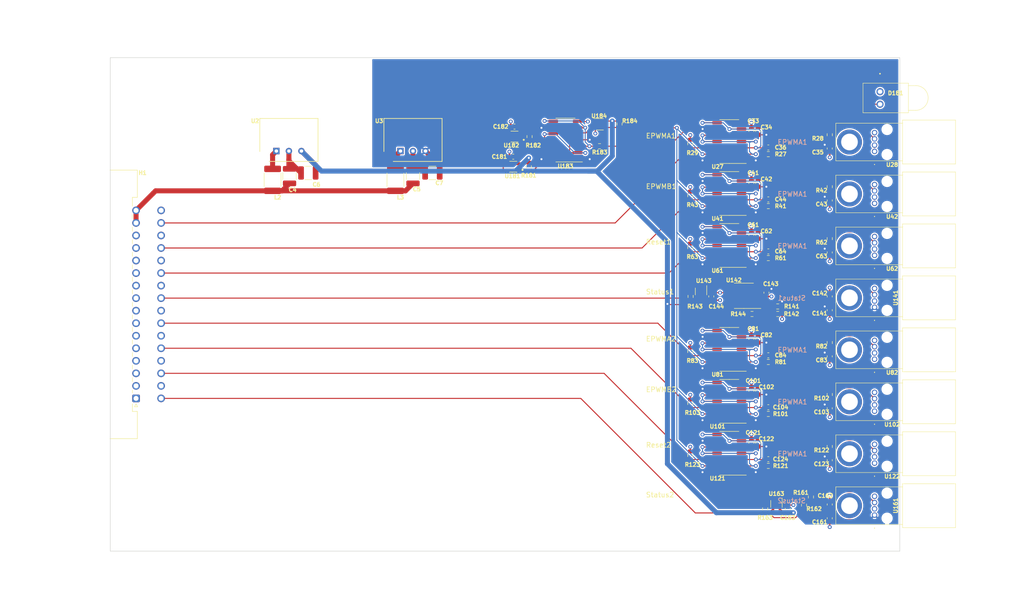
<source format=kicad_pcb>
(kicad_pcb (version 20171130) (host pcbnew "(5.1.9)-1")
  (title_block (title "MC_FO: Layout") (date 2021-11-2) (rev 1))
  (layers (0 F.Cu signal) (1 GND1.Cu signal) (2 GND2.Cu signal) (31 B.Cu signal) (35 F.Paste user) (36 B.SilkS user) (37 F.SilkS user) (39 F.Mask user) (44 Edge.Cuts user))
  (net 0 "")
  (net 1 GND)
  (net 2 24V)
  (net 3 VCC)
  (net 4 /Detector1/5V)
  (net 5 "Net-(C36-Pad1)")
  (net 6 "Net-(C36-Pad2)")
  (net 7 "Net-(C44-Pad2)")
  (net 8 "Net-(C44-Pad1)")
  (net 9 "Net-(C64-Pad2)")
  (net 10 "Net-(C64-Pad1)")
  (net 11 "Net-(C84-Pad2)")
  (net 12 "Net-(C84-Pad1)")
  (net 13 "Net-(C104-Pad1)")
  (net 14 "Net-(C104-Pad2)")
  (net 15 "Net-(C124-Pad1)")
  (net 16 "Net-(C124-Pad2)")
  (net 17 "Net-(D181-Pad2)")
  (net 18 EPWM1A)
  (net 19 EPWM1B)
  (net 20 RESET1)
  (net 21 EPWM2A)
  (net 22 EPWM2B)
  (net 23 RESET2)
  (net 24 STATUS1)
  (net 25 STATUS2)
  (net 26 "Net-(R141-Pad1)")
  (net 27 "Net-(R161-Pad2)")
  (net 28 "Net-(R161-Pad1)")
  (net 29 "Net-(R181-Pad2)")
  (net 30 "Net-(R182-Pad2)")
  (net 31 "Net-(R183-Pad2)")
  (net 32 "Net-(U27-Pad10)")
  (net 33 "Net-(U28-PadMH1)")
  (net 34 "Net-(U41-Pad10)")
  (net 35 "Net-(U42-PadMH1)")
  (net 36 "Net-(U61-Pad10)")
  (net 37 "Net-(U62-PadMH1)")
  (net 38 "Net-(U81-Pad10)")
  (net 39 "Net-(U82-PadMH1)")
  (net 40 "Net-(U101-Pad10)")
  (net 41 "Net-(U102-PadMH1)")
  (net 42 "Net-(U121-Pad10)")
  (net 43 "Net-(U122-PadMH1)")
  (net 44 "Net-(U141-Pad3)")
  (net 45 "Net-(U141-PadMH1)")
  (net 46 "Net-(U161-PadMH1)")
  (net 47 /Emitter1/RESET_FO)
  (net 48 "Net-(U183-Pad10)")
  (net 49 "Net-(R144-Pad2)")
  (net 50 "Net-(L2-Pad2)")
  (net 51 "Net-(L3-Pad2)")
  (net 52 "Net-(U181-Pad3)")
  (net 53 "Net-(U182-Pad3)")
  (module BU4847F-TR:SOT130P210X105-4N (layer F.Cu) (at 168.275 66.802 180)
    (fp_text reference U182 (at 0.635 -1.778) (layer F.SilkS) (effects (font (size 0.8 0.8) (thickness 0.2))))
    (fp_text value BU4847F-TR hide)
    (pad 3 smd roundrect (at 0.995 0.65 180) (size 1.03 0.48) (layers F.Cu F.Paste F.Mask) (roundrect_rratio 0.04) (net 53 "Net-(U182-Pad3)"))
    (pad 4 smd roundrect (at 0.995 -0.65 180) (size 1.03 0.48) (layers F.Cu F.Paste F.Mask) (roundrect_rratio 0.04) (net 1 GND))
    (pad 1 smd roundrect (at -0.995 -0.65 180) (size 1.03 0.48) (layers F.Cu F.Paste F.Mask) (roundrect_rratio 0.04) (net 30 "Net-(R182-Pad2)"))
    (pad 2 smd roundrect (at -0.995 0.6 180) (size 1.03 0.58) (layers F.Cu F.Paste F.Mask) (roundrect_rratio 0.04) (net 4 /Detector1/5V))
  )
  (module BU4847F-TR:SOT130P210X105-4N (layer F.Cu) (at 168.021 72.898 180)
    (fp_text reference U181 (at 0.167055 -1.907023) (layer F.SilkS) (effects (font (size 0.8 0.8) (thickness 0.2))))
    (fp_text value BU4831F-TR hide)
    (pad 3 smd roundrect (at 0.995 0.65 180) (size 1.03 0.48) (layers F.Cu F.Paste F.Mask) (roundrect_rratio 0.04) (net 52 "Net-(U181-Pad3)"))
    (pad 4 smd roundrect (at 0.995 -0.65 180) (size 1.03 0.48) (layers F.Cu F.Paste F.Mask) (roundrect_rratio 0.04) (net 1 GND))
    (pad 1 smd roundrect (at -0.995 -0.65 180) (size 1.03 0.48) (layers F.Cu F.Paste F.Mask) (roundrect_rratio 0.04) (net 29 "Net-(R181-Pad2)"))
    (pad 2 smd roundrect (at -0.995 0.6 180) (size 1.03 0.58) (layers F.Cu F.Paste F.Mask) (roundrect_rratio 0.04) (net 3 VCC))
  )
  (module Inductor_SMD:L_1812_4532Metric_Pad1.30x3.40mm_HandSolder (layer F.Cu) (at 144.145 75.565 90)
    (fp_text reference L3 (at -3.556 1.016 180) (layer F.SilkS) (effects (font (size 0.8 0.8) (thickness 0.2))))
    (fp_text value 3.9uH hide)
    (pad 2 smd roundrect (at 2.225 0 90) (size 1.3 3.4) (layers F.Cu F.Paste F.Mask) (roundrect_rratio 0.1923076923076923) (net 51 "Net-(L3-Pad2)"))
    (pad 1 smd roundrect (at -2.225 0 90) (size 1.3 3.4) (layers F.Cu F.Paste F.Mask) (roundrect_rratio 0.1923076923076923) (net 2 24V))
  )
  (module Inductor_SMD:L_1812_4532Metric_Pad1.30x3.40mm_HandSolder (layer F.Cu) (at 119.253 75.565 90)
    (fp_text reference L2 (at -3.556 1.016 180) (layer F.SilkS) (effects (font (size 0.8 0.8) (thickness 0.2))))
    (fp_text value 3.9uH hide)
    (pad 2 smd roundrect (at 2.225 0 90) (size 1.3 3.4) (layers F.Cu F.Paste F.Mask) (roundrect_rratio 0.1923076923076923) (net 50 "Net-(L2-Pad2)"))
    (pad 1 smd roundrect (at -2.225 0 90) (size 1.3 3.4) (layers F.Cu F.Paste F.Mask) (roundrect_rratio 0.1923076923076923) (net 2 24V))
  )
  (module Capacitor_SMD:C_1210_3225Metric (layer F.Cu) (at 151.638 74.168 180)
    (fp_text reference C7 (at -1.397 -2.032) (layer F.SilkS) (effects (font (size 0.8 0.8) (thickness 0.2))))
    (fp_text value unpopulated hide)
    (pad 2 smd roundrect (at 1.475 0 180) (size 1.15 2.7) (layers F.Cu F.Paste F.Mask) (roundrect_rratio 0.2173904347826087) (net 1 GND))
    (pad 1 smd roundrect (at -1.475 0 180) (size 1.15 2.7) (layers F.Cu F.Paste F.Mask) (roundrect_rratio 0.2173904347826087) (net 4 /Detector1/5V))
  )
  (module Capacitor_SMD:C_1210_3225Metric (layer F.Cu) (at 126.492 74.168 180)
    (fp_text reference C6 (at -1.65 -2.35) (layer F.SilkS) (effects (font (size 0.8 0.8) (thickness 0.2))))
    (fp_text value unpopulated hide)
    (pad 2 smd roundrect (at 1.475 0 180) (size 1.15 2.7) (layers F.Cu F.Paste F.Mask) (roundrect_rratio 0.2173904347826087) (net 1 GND))
    (pad 1 smd roundrect (at -1.475 0 180) (size 1.15 2.7) (layers F.Cu F.Paste F.Mask) (roundrect_rratio 0.2173904347826087) (net 3 VCC))
  )
  (module Resistor_SMD:R_0603_1608Metric (layer F.Cu) (at 203.962 99.187 90)
    (fp_text reference R143 (at -2.032 0.889 180) (layer F.SilkS) (effects (font (size 0.8 0.8) (thickness 0.2))))
    (fp_text value 10K hide)
    (pad 2 smd roundrect (at 0.825 0 90) (size 0.8 0.95) (layers F.Cu F.Paste F.Mask) (net 1 GND))
    (pad 1 smd roundrect (at -0.825 0 90) (size 0.8 0.95) (layers F.Cu F.Paste F.Mask) (net 24 STATUS1))
  )
  (module Capacitor_SMD:C_0603_1608Metric (layer F.Cu) (at 208.153 99.187 90)
    (fp_text reference C144 (at -2.032 1.016 180) (layer F.SilkS) (effects (font (size 0.8 0.8) (thickness 0.2))))
    (fp_text value "0.1 uF" hide)
    (pad 2 smd roundrect (at 0.775 0 90) (size 0.9 0.95) (layers F.Cu F.Paste F.Mask) (net 1 GND))
    (pad 1 smd roundrect (at -0.775 0 90) (size 0.9 0.95) (layers F.Cu F.Paste F.Mask) (net 3 VCC))
  )
  (module Footprints_MC-FO:WP1503CBGD (layer F.Cu) (at 242.35 57.7 180)
    (fp_text reference D181 (at -3.15 -0.285) (layer F.SilkS) (effects (font (size 0.8 0.8) (thickness 0.2))))
    (fp_text value WP1503CB_GD hide)
    (pad 2 thru_hole circle (at 0 -2.54 180) (size 1.445 1.445) (drill 0.889) (layers *.Cu *.Mask) (net 17 "Net-(D181-Pad2)"))
    (pad 1 thru_hole circle (at 0 0 180) (size 1.445 1.445) (drill 0.889) (layers *.Cu *.Mask) (net 1 GND))
  )
  (module Capacitor_SMD:C_1210_3225Metric (layer F.Cu) (at 122.682 74.803 90)
    (fp_text reference C4 (at -2.794 0.635 180) (layer F.SilkS) (effects (font (size 0.8 0.8) (thickness 0.2))))
    (fp_text value "4.7 uF" hide)
    (pad 2 smd roundrect (at 1.475 0 90) (size 1.15 2.7) (layers F.Cu F.Paste F.Mask) (roundrect_rratio 0.2173904347826087) (net 1 GND))
    (pad 1 smd roundrect (at -1.475 0 90) (size 1.15 2.7) (layers F.Cu F.Paste F.Mask) (roundrect_rratio 0.2173904347826087) (net 2 24V))
  )
  (module Capacitor_SMD:C_1210_3225Metric (layer F.Cu) (at 147.701 74.803 90)
    (fp_text reference C5 (at -2.667 0.762 180) (layer F.SilkS) (effects (font (size 0.8 0.8) (thickness 0.2))))
    (fp_text value "4.7 uF" hide)
    (pad 2 smd roundrect (at 1.475 0 90) (size 1.15 2.7) (layers F.Cu F.Paste F.Mask) (roundrect_rratio 0.2173904347826087) (net 1 GND))
    (pad 1 smd roundrect (at -1.475 0 90) (size 1.15 2.7) (layers F.Cu F.Paste F.Mask) (roundrect_rratio 0.2173904347826087) (net 2 24V))
  )
  (module Capacitor_SMD:C_0603_1608Metric (layer F.Cu) (at 216.281 65.659 90)
    (fp_text reference C33 (at 2.032 0.381 180) (layer F.SilkS) (effects (font (size 0.8 0.8) (thickness 0.2))))
    (fp_text value "0.1 uF" hide)
    (pad 1 smd roundrect (at -0.775 0 90) (size 0.9 0.95) (layers F.Cu F.Paste F.Mask) (net 4 /Detector1/5V))
    (pad 2 smd roundrect (at 0.775 0 90) (size 0.9 0.95) (layers F.Cu F.Paste F.Mask) (net 1 GND))
  )
  (module Capacitor_SMD:C_0603_1608Metric (layer F.Cu) (at 217.678 65.659 90)
    (fp_text reference C34 (at 0.762 1.651 180) (layer F.SilkS) (effects (font (size 0.8 0.8) (thickness 0.2))))
    (fp_text value "10 uF" hide)
    (pad 1 smd roundrect (at -0.775 0 90) (size 0.9 0.95) (layers F.Cu F.Paste F.Mask) (net 4 /Detector1/5V))
    (pad 2 smd roundrect (at 0.775 0 90) (size 0.9 0.95) (layers F.Cu F.Paste F.Mask) (net 1 GND))
  )
  (module Capacitor_SMD:C_0603_1608Metric (layer F.Cu) (at 232.156 69.215 270)
    (fp_text reference C35 (at 0.762 2.413 180) (layer F.SilkS) (effects (font (size 0.8 0.8) (thickness 0.2))))
    (fp_text value "0.1 uF" hide)
    (pad 2 smd roundrect (at 0.775 0 270) (size 0.9 0.95) (layers F.Cu F.Paste F.Mask) (net 1 GND))
    (pad 1 smd roundrect (at -0.775 0 270) (size 0.9 0.95) (layers F.Cu F.Paste F.Mask) (net 4 /Detector1/5V))
  )
  (module Capacitor_SMD:C_0603_1608Metric (layer F.Cu) (at 219.71 69)
    (fp_text reference C36 (at 2.5 0) (layer F.SilkS) (effects (font (size 0.8 0.8) (thickness 0.2))))
    (fp_text value "100 pF" hide)
    (pad 2 smd roundrect (at 0.775 0) (size 0.9 0.95) (layers F.Cu F.Paste F.Mask) (net 6 "Net-(C36-Pad2)"))
    (pad 1 smd roundrect (at -0.775 0) (size 0.9 0.95) (layers F.Cu F.Paste F.Mask) (net 5 "Net-(C36-Pad1)"))
  )
  (module Capacitor_SMD:C_0603_1608Metric (layer F.Cu) (at 216.281 76.187571 90)
    (fp_text reference C41 (at 2.032 0.381 180) (layer F.SilkS) (effects (font (size 0.8 0.8) (thickness 0.2))))
    (fp_text value "0.1 uF" hide)
    (pad 1 smd roundrect (at -0.775 0 90) (size 0.9 0.95) (layers F.Cu F.Paste F.Mask) (net 4 /Detector1/5V))
    (pad 2 smd roundrect (at 0.775 0 90) (size 0.9 0.95) (layers F.Cu F.Paste F.Mask) (net 1 GND))
  )
  (module Capacitor_SMD:C_0603_1608Metric (layer F.Cu) (at 217.678 76.187571 90)
    (fp_text reference C42 (at 0.762 1.651 180) (layer F.SilkS) (effects (font (size 0.8 0.8) (thickness 0.2))))
    (fp_text value "10 uF" hide)
    (pad 1 smd roundrect (at -0.775 0 90) (size 0.9 0.95) (layers F.Cu F.Paste F.Mask) (net 4 /Detector1/5V))
    (pad 2 smd roundrect (at 0.775 0 90) (size 0.9 0.95) (layers F.Cu F.Paste F.Mask) (net 1 GND))
  )
  (module Capacitor_SMD:C_0603_1608Metric (layer F.Cu) (at 232.156 79.743571 270)
    (fp_text reference C43 (at 0.762 1.651 180) (layer F.SilkS) (effects (font (size 0.8 0.8) (thickness 0.2))))
    (fp_text value "0.1 uF" hide)
    (pad 1 smd roundrect (at -0.775 0 270) (size 0.9 0.95) (layers F.Cu F.Paste F.Mask) (net 4 /Detector1/5V))
    (pad 2 smd roundrect (at 0.775 0 270) (size 0.9 0.95) (layers F.Cu F.Paste F.Mask) (net 1 GND))
  )
  (module Capacitor_SMD:C_0603_1608Metric (layer F.Cu) (at 219.71 79.528571)
    (fp_text reference C44 (at 2.5 0) (layer F.SilkS) (effects (font (size 0.8 0.8) (thickness 0.2))))
    (fp_text value "100 pF" hide)
    (pad 2 smd roundrect (at 0.775 0) (size 0.9 0.95) (layers F.Cu F.Paste F.Mask) (net 7 "Net-(C44-Pad2)"))
    (pad 1 smd roundrect (at -0.775 0) (size 0.9 0.95) (layers F.Cu F.Paste F.Mask) (net 8 "Net-(C44-Pad1)"))
  )
  (module Capacitor_SMD:C_0603_1608Metric (layer F.Cu) (at 216.281 86.716142 90)
    (fp_text reference C61 (at 2.032 0.381 180) (layer F.SilkS) (effects (font (size 0.8 0.8) (thickness 0.2))))
    (fp_text value "0.1 uF" hide)
    (pad 1 smd roundrect (at -0.775 0 90) (size 0.9 0.95) (layers F.Cu F.Paste F.Mask) (net 4 /Detector1/5V))
    (pad 2 smd roundrect (at 0.775 0 90) (size 0.9 0.95) (layers F.Cu F.Paste F.Mask) (net 1 GND))
  )
  (module Capacitor_SMD:C_0603_1608Metric (layer F.Cu) (at 217.678 86.716142 90)
    (fp_text reference C62 (at 0.762 1.651 180) (layer F.SilkS) (effects (font (size 0.8 0.8) (thickness 0.2))))
    (fp_text value "10 uF" hide)
    (pad 1 smd roundrect (at -0.775 0 90) (size 0.9 0.95) (layers F.Cu F.Paste F.Mask) (net 4 /Detector1/5V))
    (pad 2 smd roundrect (at 0.775 0 90) (size 0.9 0.95) (layers F.Cu F.Paste F.Mask) (net 1 GND))
  )
  (module Capacitor_SMD:C_0603_1608Metric (layer F.Cu) (at 232.156 90.272142 270)
    (fp_text reference C63 (at 0.762 1.651 180) (layer F.SilkS) (effects (font (size 0.8 0.8) (thickness 0.2))))
    (fp_text value "0.1 uF" hide)
    (pad 2 smd roundrect (at 0.775 0 270) (size 0.9 0.95) (layers F.Cu F.Paste F.Mask) (net 1 GND))
    (pad 1 smd roundrect (at -0.775 0 270) (size 0.9 0.95) (layers F.Cu F.Paste F.Mask) (net 4 /Detector1/5V))
  )
  (module Capacitor_SMD:C_0603_1608Metric (layer F.Cu) (at 219.71 90.057142)
    (fp_text reference C64 (at 2.5 0) (layer F.SilkS) (effects (font (size 0.8 0.8) (thickness 0.2))))
    (fp_text value "100 pF" hide)
    (pad 1 smd roundrect (at -0.775 0) (size 0.9 0.95) (layers F.Cu F.Paste F.Mask) (net 10 "Net-(C64-Pad1)"))
    (pad 2 smd roundrect (at 0.775 0) (size 0.9 0.95) (layers F.Cu F.Paste F.Mask) (net 9 "Net-(C64-Pad2)"))
  )
  (module Capacitor_SMD:C_0603_1608Metric (layer F.Cu) (at 216.281 107.773284 90)
    (fp_text reference C81 (at 2.032 0.381 180) (layer F.SilkS) (effects (font (size 0.8 0.8) (thickness 0.2))))
    (fp_text value "0.1 uF" hide)
    (pad 2 smd roundrect (at 0.775 0 90) (size 0.9 0.95) (layers F.Cu F.Paste F.Mask) (net 1 GND))
    (pad 1 smd roundrect (at -0.775 0 90) (size 0.9 0.95) (layers F.Cu F.Paste F.Mask) (net 4 /Detector1/5V))
  )
  (module Capacitor_SMD:C_0603_1608Metric (layer F.Cu) (at 217.678 107.773284 90)
    (fp_text reference C82 (at 0.762 1.651 180) (layer F.SilkS) (effects (font (size 0.8 0.8) (thickness 0.2))))
    (fp_text value "10 uF" hide)
    (pad 2 smd roundrect (at 0.775 0 90) (size 0.9 0.95) (layers F.Cu F.Paste F.Mask) (net 1 GND))
    (pad 1 smd roundrect (at -0.775 0 90) (size 0.9 0.95) (layers F.Cu F.Paste F.Mask) (net 4 /Detector1/5V))
  )
  (module Capacitor_SMD:C_0603_1608Metric (layer F.Cu) (at 232.156 111.329284 270)
    (fp_text reference C83 (at 0.762 1.651 180) (layer F.SilkS) (effects (font (size 0.8 0.8) (thickness 0.2))))
    (fp_text value "0.1 uF" hide)
    (pad 1 smd roundrect (at -0.775 0 270) (size 0.9 0.95) (layers F.Cu F.Paste F.Mask) (net 4 /Detector1/5V))
    (pad 2 smd roundrect (at 0.775 0 270) (size 0.9 0.95) (layers F.Cu F.Paste F.Mask) (net 1 GND))
  )
  (module Capacitor_SMD:C_0603_1608Metric (layer F.Cu) (at 219.71 111.114284)
    (fp_text reference C84 (at 2.5 0) (layer F.SilkS) (effects (font (size 0.8 0.8) (thickness 0.2))))
    (fp_text value "100 pF" hide)
    (pad 1 smd roundrect (at -0.775 0) (size 0.9 0.95) (layers F.Cu F.Paste F.Mask) (net 12 "Net-(C84-Pad1)"))
    (pad 2 smd roundrect (at 0.775 0) (size 0.9 0.95) (layers F.Cu F.Paste F.Mask) (net 11 "Net-(C84-Pad2)"))
  )
  (module Capacitor_SMD:C_0603_1608Metric (layer F.Cu) (at 216.281 118.301855 90)
    (fp_text reference C101 (at 2.032 0.381 180) (layer F.SilkS) (effects (font (size 0.8 0.8) (thickness 0.2))))
    (fp_text value "0.1 uF" hide)
    (pad 2 smd roundrect (at 0.775 0 90) (size 0.9 0.95) (layers F.Cu F.Paste F.Mask) (net 1 GND))
    (pad 1 smd roundrect (at -0.775 0 90) (size 0.9 0.95) (layers F.Cu F.Paste F.Mask) (net 4 /Detector1/5V))
  )
  (module Capacitor_SMD:C_0603_1608Metric (layer F.Cu) (at 217.678 118.301855 90)
    (fp_text reference C102 (at 0.762 1.651 180) (layer F.SilkS) (effects (font (size 0.8 0.8) (thickness 0.2))))
    (fp_text value "10 uF" hide)
    (pad 1 smd roundrect (at -0.775 0 90) (size 0.9 0.95) (layers F.Cu F.Paste F.Mask) (net 4 /Detector1/5V))
    (pad 2 smd roundrect (at 0.775 0 90) (size 0.9 0.95) (layers F.Cu F.Paste F.Mask) (net 1 GND))
  )
  (module Capacitor_SMD:C_0603_1608Metric (layer F.Cu) (at 232.156 121.857855 270)
    (fp_text reference C103 (at 0.762 1.651 180) (layer F.SilkS) (effects (font (size 0.8 0.8) (thickness 0.2))))
    (fp_text value "0.1 uF" hide)
    (pad 1 smd roundrect (at -0.775 0 270) (size 0.9 0.95) (layers F.Cu F.Paste F.Mask) (net 4 /Detector1/5V))
    (pad 2 smd roundrect (at 0.775 0 270) (size 0.9 0.95) (layers F.Cu F.Paste F.Mask) (net 1 GND))
  )
  (module Capacitor_SMD:C_0603_1608Metric (layer F.Cu) (at 219.71 121.642855)
    (fp_text reference C104 (at 2.5 0) (layer F.SilkS) (effects (font (size 0.8 0.8) (thickness 0.2))))
    (fp_text value "100 pF" hide)
    (pad 1 smd roundrect (at -0.775 0) (size 0.9 0.95) (layers F.Cu F.Paste F.Mask) (net 13 "Net-(C104-Pad1)"))
    (pad 2 smd roundrect (at 0.775 0) (size 0.9 0.95) (layers F.Cu F.Paste F.Mask) (net 14 "Net-(C104-Pad2)"))
  )
  (module Capacitor_SMD:C_0603_1608Metric (layer F.Cu) (at 216.281 128.830426 90)
    (fp_text reference C121 (at 2.032 0.381 180) (layer F.SilkS) (effects (font (size 0.8 0.8) (thickness 0.2))))
    (fp_text value "0.1 uF" hide)
    (pad 1 smd roundrect (at -0.775 0 90) (size 0.9 0.95) (layers F.Cu F.Paste F.Mask) (net 4 /Detector1/5V))
    (pad 2 smd roundrect (at 0.775 0 90) (size 0.9 0.95) (layers F.Cu F.Paste F.Mask) (net 1 GND))
  )
  (module Capacitor_SMD:C_0603_1608Metric (layer F.Cu) (at 217.678 128.830426 90)
    (fp_text reference C122 (at 0.762 1.651 180) (layer F.SilkS) (effects (font (size 0.8 0.8) (thickness 0.2))))
    (fp_text value "10 uF" hide)
    (pad 1 smd roundrect (at -0.775 0 90) (size 0.9 0.95) (layers F.Cu F.Paste F.Mask) (net 4 /Detector1/5V))
    (pad 2 smd roundrect (at 0.775 0 90) (size 0.9 0.95) (layers F.Cu F.Paste F.Mask) (net 1 GND))
  )
  (module Capacitor_SMD:C_0603_1608Metric (layer F.Cu) (at 232.156 132.386426 270)
    (fp_text reference C123 (at 0.762 1.651 180) (layer F.SilkS) (effects (font (size 0.8 0.8) (thickness 0.2))))
    (fp_text value "0.1 uF" hide)
    (pad 2 smd roundrect (at 0.775 0 270) (size 0.9 0.95) (layers F.Cu F.Paste F.Mask) (net 1 GND))
    (pad 1 smd roundrect (at -0.775 0 270) (size 0.9 0.95) (layers F.Cu F.Paste F.Mask) (net 4 /Detector1/5V))
  )
  (module Capacitor_SMD:C_0603_1608Metric (layer F.Cu) (at 219.71 132.171426)
    (fp_text reference C124 (at 2.5 0) (layer F.SilkS) (effects (font (size 0.8 0.8) (thickness 0.2))))
    (fp_text value "100 pF" hide)
    (pad 2 smd roundrect (at 0.775 0) (size 0.9 0.95) (layers F.Cu F.Paste F.Mask) (net 16 "Net-(C124-Pad2)"))
    (pad 1 smd roundrect (at -0.775 0) (size 0.9 0.95) (layers F.Cu F.Paste F.Mask) (net 15 "Net-(C124-Pad1)"))
  )
  (module Capacitor_SMD:C_0603_1608Metric (layer F.Cu) (at 232.156 101.981 270)
    (fp_text reference C141 (at 0.635 2.032 180) (layer F.SilkS) (effects (font (size 0.8 0.8) (thickness 0.2))))
    (fp_text value "0.1 uF" hide)
    (pad 1 smd roundrect (at -0.775 0 270) (size 0.9 0.95) (layers F.Cu F.Paste F.Mask) (net 4 /Detector1/5V))
    (pad 2 smd roundrect (at 0.775 0 270) (size 0.9 0.95) (layers F.Cu F.Paste F.Mask) (net 1 GND))
  )
  (module Capacitor_SMD:C_0603_1608Metric (layer F.Cu) (at 232.156 99.187 90)
    (fp_text reference C142 (at 0.635 -2.032 180) (layer F.SilkS) (effects (font (size 0.8 0.8) (thickness 0.2))))
    (fp_text value "10 uF" hide)
    (pad 1 smd roundrect (at -0.775 0 90) (size 0.9 0.95) (layers F.Cu F.Paste F.Mask) (net 4 /Detector1/5V))
    (pad 2 smd roundrect (at 0.775 0 90) (size 0.9 0.95) (layers F.Cu F.Paste F.Mask) (net 1 GND))
  )
  (module Capacitor_SMD:C_0603_1608Metric (layer F.Cu) (at 219.329 98.425 270)
    (fp_text reference C143 (at -1.778 -0.889 180) (layer F.SilkS) (effects (font (size 0.8 0.8) (thickness 0.2))))
    (fp_text value "0.1 uF" hide)
    (pad 2 smd roundrect (at 0.775 0 270) (size 0.9 0.95) (layers F.Cu F.Paste F.Mask) (net 1 GND))
    (pad 1 smd roundrect (at -0.775 0 270) (size 0.9 0.95) (layers F.Cu F.Paste F.Mask) (net 4 /Detector1/5V))
  )
  (module Capacitor_SMD:C_0603_1608Metric (layer F.Cu) (at 232.156 144.145 270)
    (fp_text reference C161 (at 0.762 2.032) (layer F.SilkS) (effects (font (size 0.8 0.8) (thickness 0.2))))
    (fp_text value "0.1 uF" hide)
    (pad 2 smd roundrect (at 0.775 0 270) (size 0.9 0.95) (layers F.Cu F.Paste F.Mask) (net 1 GND))
    (pad 1 smd roundrect (at -0.775 0 270) (size 0.9 0.95) (layers F.Cu F.Paste F.Mask) (net 4 /Detector1/5V))
  )
  (module Capacitor_SMD:C_0603_1608Metric (layer F.Cu) (at 232.156 141.351 90)
    (fp_text reference C162 (at 1.778 -0.889 180) (layer F.SilkS) (effects (font (size 0.8 0.8) (thickness 0.2))))
    (fp_text value "10 uF" hide)
    (pad 1 smd roundrect (at -0.775 0 90) (size 0.9 0.95) (layers F.Cu F.Paste F.Mask) (net 4 /Detector1/5V))
    (pad 2 smd roundrect (at 0.775 0 90) (size 0.9 0.95) (layers F.Cu F.Paste F.Mask) (net 1 GND))
  )
  (module Capacitor_SMD:C_0603_1608Metric (layer F.Cu) (at 223.647 142.24 90)
    (fp_text reference C163 (at -1.778 0 180) (layer F.SilkS) (effects (font (size 0.8 0.8) (thickness 0.2))))
    (fp_text value "0.1 uF" hide)
    (pad 2 smd roundrect (at 0.775 0 90) (size 0.9 0.95) (layers F.Cu F.Paste F.Mask) (net 1 GND))
    (pad 1 smd roundrect (at -0.775 0 90) (size 0.9 0.95) (layers F.Cu F.Paste F.Mask) (net 3 VCC))
  )
  (module Capacitor_SMD:C_0603_1608Metric (layer F.Cu) (at 168.021 70.866 180)
    (fp_text reference C181 (at 2.794 0) (layer F.SilkS) (effects (font (size 0.8 0.8) (thickness 0.2))))
    (fp_text value "1 uF or unpop" hide)
    (pad 1 smd roundrect (at -0.775 0 180) (size 0.9 0.95) (layers F.Cu F.Paste F.Mask) (net 3 VCC))
    (pad 2 smd roundrect (at 0.775 0 180) (size 0.9 0.95) (layers F.Cu F.Paste F.Mask) (net 1 GND))
  )
  (module Capacitor_SMD:C_0603_1608Metric (layer F.Cu) (at 168.275 64.77 180)
    (fp_text reference C182 (at 2.794 0) (layer F.SilkS) (effects (font (size 0.8 0.8) (thickness 0.2))))
    (fp_text value "1 uF" hide)
    (pad 2 smd roundrect (at 0.775 0 180) (size 0.9 0.95) (layers F.Cu F.Paste F.Mask) (net 1 GND))
    (pad 1 smd roundrect (at -0.775 0 180) (size 0.9 0.95) (layers F.Cu F.Paste F.Mask) (net 4 /Detector1/5V))
  )
  (module Footprints_MC-FO:86094327313755E1LF (layer F.Cu) (at 86.5 100.805 90)
    (fp_text reference H1 (at 26.655 6.4 180) (layer F.SilkS) (effects (font (size 0.8 0.8) (thickness 0.2))))
    (fp_text value 86094327313755E1LF hide)
    (pad "" np_thru_hole circle (at -24.13 2.54 90) (size 2.85 2.85) (drill 2.85) (layers *.Cu *.Mask))
    (pad "" np_thru_hole circle (at 24.13 2.54 90) (size 2.85 2.85) (drill 2.85) (layers *.Cu *.Mask))
    (pad 1 thru_hole roundrect (at -19.05 5.08 90) (size 1.55 1.55) (drill 1) (layers *.Cu *.Mask) (roundrect_rratio 0.1612896774193548) (net 1 GND))
    (pad 2 thru_hole circle (at -16.51 5.08 90) (size 1.55 1.55) (drill 1) (layers *.Cu *.Mask) (net 1 GND))
    (pad 3 thru_hole circle (at -13.97 5.08 90) (size 1.55 1.55) (drill 1) (layers *.Cu *.Mask) (net 1 GND))
    (pad 4 thru_hole circle (at -11.43 5.08 90) (size 1.55 1.55) (drill 1) (layers *.Cu *.Mask) (net 1 GND))
    (pad 5 thru_hole circle (at -8.89 5.08 90) (size 1.55 1.55) (drill 1) (layers *.Cu *.Mask) (net 1 GND))
    (pad 6 thru_hole circle (at -6.35 5.08 90) (size 1.55 1.55) (drill 1) (layers *.Cu *.Mask) (net 1 GND))
    (pad 7 thru_hole circle (at -3.81 5.08 90) (size 1.55 1.55) (drill 1) (layers *.Cu *.Mask) (net 1 GND))
    (pad 8 thru_hole circle (at -1.27 5.08 90) (size 1.55 1.55) (drill 1) (layers *.Cu *.Mask) (net 1 GND))
    (pad 9 thru_hole circle (at 1.27 5.08 90) (size 1.55 1.55) (drill 1) (layers *.Cu *.Mask) (net 1 GND))
    (pad 10 thru_hole circle (at 3.81 5.08 90) (size 1.55 1.55) (drill 1) (layers *.Cu *.Mask) (net 1 GND))
    (pad 11 thru_hole circle (at 6.35 5.08 90) (size 1.55 1.55) (drill 1) (layers *.Cu *.Mask) (net 1 GND))
    (pad 12 thru_hole circle (at 8.89 5.08 90) (size 1.55 1.55) (drill 1) (layers *.Cu *.Mask) (net 1 GND))
    (pad 13 thru_hole circle (at 11.43 5.08 90) (size 1.55 1.55) (drill 1) (layers *.Cu *.Mask) (net 1 GND))
    (pad 14 thru_hole circle (at 13.97 5.08 90) (size 1.55 1.55) (drill 1) (layers *.Cu *.Mask) (net 1 GND))
    (pad 15 thru_hole circle (at 16.51 5.08 90) (size 1.55 1.55) (drill 1) (layers *.Cu *.Mask) (net 2 24V))
    (pad 16 thru_hole circle (at 19.05 5.08 90) (size 1.55 1.55) (drill 1) (layers *.Cu *.Mask) (net 2 24V))
    (pad 17 thru_hole circle (at -19.05 10.16 90) (size 1.55 1.55) (drill 1) (layers *.Cu *.Mask) (net 25 STATUS2))
    (pad 18 thru_hole circle (at -16.51 10.16 90) (size 1.55 1.55) (drill 1) (layers *.Cu *.Mask) (net 1 GND))
    (pad 19 thru_hole circle (at -13.97 10.16 90) (size 1.55 1.55) (drill 1) (layers *.Cu *.Mask) (net 23 RESET2))
    (pad 20 thru_hole circle (at -11.43 10.16 90) (size 1.55 1.55) (drill 1) (layers *.Cu *.Mask) (net 1 GND))
    (pad 21 thru_hole circle (at -8.89 10.16 90) (size 1.55 1.55) (drill 1) (layers *.Cu *.Mask) (net 22 EPWM2B))
    (pad 22 thru_hole circle (at -6.35 10.16 90) (size 1.55 1.55) (drill 1) (layers *.Cu *.Mask) (net 1 GND))
    (pad 23 thru_hole circle (at -3.81 10.16 90) (size 1.55 1.55) (drill 1) (layers *.Cu *.Mask) (net 21 EPWM2A))
    (pad 24 thru_hole circle (at -1.27 10.16 90) (size 1.55 1.55) (drill 1) (layers *.Cu *.Mask) (net 1 GND))
    (pad 25 thru_hole circle (at 1.27 10.16 90) (size 1.55 1.55) (drill 1) (layers *.Cu *.Mask) (net 24 STATUS1))
    (pad 26 thru_hole circle (at 3.81 10.16 90) (size 1.55 1.55) (drill 1) (layers *.Cu *.Mask) (net 1 GND))
    (pad 27 thru_hole circle (at 6.35 10.16 90) (size 1.55 1.55) (drill 1) (layers *.Cu *.Mask) (net 20 RESET1))
    (pad 28 thru_hole circle (at 8.89 10.16 90) (size 1.55 1.55) (drill 1) (layers *.Cu *.Mask) (net 1 GND))
    (pad 29 thru_hole circle (at 11.43 10.16 90) (size 1.55 1.55) (drill 1) (layers *.Cu *.Mask) (net 19 EPWM1B))
    (pad 30 thru_hole circle (at 13.97 10.16 90) (size 1.55 1.55) (drill 1) (layers *.Cu *.Mask) (net 1 GND))
    (pad 31 thru_hole circle (at 16.51 10.16 90) (size 1.55 1.55) (drill 1) (layers *.Cu *.Mask) (net 18 EPWM1A))
    (pad 32 thru_hole circle (at 19.05 10.16 90) (size 1.55 1.55) (drill 1) (layers *.Cu *.Mask) (net 1 GND))
  )
  (module Resistor_SMD:R_0603_1608Metric (layer F.Cu) (at 219.075 142.24 90)
    (fp_text reference R163 (at -1.778 0 180) (layer F.SilkS) (effects (font (size 0.8 0.8) (thickness 0.2))))
    (fp_text value 10K hide)
    (pad 1 smd roundrect (at -0.825 0 90) (size 0.8 0.95) (layers F.Cu F.Paste F.Mask) (net 25 STATUS2))
    (pad 2 smd roundrect (at 0.825 0 90) (size 0.8 0.95) (layers F.Cu F.Paste F.Mask) (net 1 GND))
  )
  (module Resistor_SMD:R_0603_1608Metric (layer F.Cu) (at 189.55 64.25 270)
    (fp_text reference R184 (at -0.623 -2.093 180) (layer F.SilkS) (effects (font (size 0.8 0.8) (thickness 0.2))))
    (fp_text value 10K hide)
    (pad 1 smd roundrect (at -0.825 0 270) (size 0.8 0.95) (layers F.Cu F.Paste F.Mask) (net 3 VCC))
    (pad 2 smd roundrect (at 0.825 0 270) (size 0.8 0.95) (layers F.Cu F.Paste F.Mask) (net 47 /Emitter1/RESET_FO))
  )
  (module Resistor_SMD:R_0603_1608Metric (layer F.Cu) (at 219.71 70.358)
    (fp_text reference R27 (at 2.5 0) (layer F.SilkS) (effects (font (size 0.8 0.8) (thickness 0.2))))
    (fp_text value 150R hide)
    (pad 2 smd roundrect (at 0.825 0) (size 0.8 0.95) (layers F.Cu F.Paste F.Mask) (net 6 "Net-(C36-Pad2)"))
    (pad 1 smd roundrect (at -0.825 0) (size 0.8 0.95) (layers F.Cu F.Paste F.Mask) (net 5 "Net-(C36-Pad1)"))
  )
  (module Resistor_SMD:R_0603_1608Metric (layer F.Cu) (at 232.156 66.421 270)
    (fp_text reference R28 (at 0.762 2.413 180) (layer F.SilkS) (effects (font (size 0.8 0.8) (thickness 0.2))))
    (fp_text value 365R hide)
    (pad 1 smd roundrect (at -0.825 0 270) (size 0.8 0.95) (layers F.Cu F.Paste F.Mask) (net 6 "Net-(C36-Pad2)"))
    (pad 2 smd roundrect (at 0.825 0 270) (size 0.8 0.95) (layers F.Cu F.Paste F.Mask) (net 4 /Detector1/5V))
  )
  (module Resistor_SMD:R_0603_1608Metric (layer F.Cu) (at 203.9 68.25 270)
    (fp_text reference R29 (at 1.854 -0.443) (layer F.SilkS) (effects (font (size 0.8 0.8) (thickness 0.2))))
    (fp_text value 10K hide)
    (pad 1 smd roundrect (at -0.825 0 270) (size 0.8 0.95) (layers F.Cu F.Paste F.Mask) (net 1 GND))
    (pad 2 smd roundrect (at 0.825 0 270) (size 0.8 0.95) (layers F.Cu F.Paste F.Mask) (net 18 EPWM1A))
  )
  (module Resistor_SMD:R_0603_1608Metric (layer F.Cu) (at 219.71 80.886571)
    (fp_text reference R41 (at 2.5 0) (layer F.SilkS) (effects (font (size 0.8 0.8) (thickness 0.2))))
    (fp_text value 150R hide)
    (pad 1 smd roundrect (at -0.825 0) (size 0.8 0.95) (layers F.Cu F.Paste F.Mask) (net 8 "Net-(C44-Pad1)"))
    (pad 2 smd roundrect (at 0.825 0) (size 0.8 0.95) (layers F.Cu F.Paste F.Mask) (net 7 "Net-(C44-Pad2)"))
  )
  (module Resistor_SMD:R_0603_1608Metric (layer F.Cu) (at 232.156 76.949571 270)
    (fp_text reference R42 (at 0.762 1.651 180) (layer F.SilkS) (effects (font (size 0.8 0.8) (thickness 0.2))))
    (fp_text value 365R hide)
    (pad 1 smd roundrect (at -0.825 0 270) (size 0.8 0.95) (layers F.Cu F.Paste F.Mask) (net 7 "Net-(C44-Pad2)"))
    (pad 2 smd roundrect (at 0.825 0 270) (size 0.8 0.95) (layers F.Cu F.Paste F.Mask) (net 4 /Detector1/5V))
  )
  (module Resistor_SMD:R_0603_1608Metric (layer F.Cu) (at 203.9 78.778571 270)
    (fp_text reference R43 (at 1.854 -0.443) (layer F.SilkS) (effects (font (size 0.8 0.8) (thickness 0.2))))
    (fp_text value 10K hide)
    (pad 2 smd roundrect (at 0.825 0 270) (size 0.8 0.95) (layers F.Cu F.Paste F.Mask) (net 19 EPWM1B))
    (pad 1 smd roundrect (at -0.825 0 270) (size 0.8 0.95) (layers F.Cu F.Paste F.Mask) (net 1 GND))
  )
  (module Resistor_SMD:R_0603_1608Metric (layer F.Cu) (at 219.71 91.415142)
    (fp_text reference R61 (at 2.5 0) (layer F.SilkS) (effects (font (size 0.8 0.8) (thickness 0.2))))
    (fp_text value 150R hide)
    (pad 2 smd roundrect (at 0.825 0) (size 0.8 0.95) (layers F.Cu F.Paste F.Mask) (net 9 "Net-(C64-Pad2)"))
    (pad 1 smd roundrect (at -0.825 0) (size 0.8 0.95) (layers F.Cu F.Paste F.Mask) (net 10 "Net-(C64-Pad1)"))
  )
  (module Resistor_SMD:R_0603_1608Metric (layer F.Cu) (at 232.156 87.478142 270)
    (fp_text reference R62 (at 0.762 1.651 180) (layer F.SilkS) (effects (font (size 0.8 0.8) (thickness 0.2))))
    (fp_text value 365R hide)
    (pad 1 smd roundrect (at -0.825 0 270) (size 0.8 0.95) (layers F.Cu F.Paste F.Mask) (net 9 "Net-(C64-Pad2)"))
    (pad 2 smd roundrect (at 0.825 0 270) (size 0.8 0.95) (layers F.Cu F.Paste F.Mask) (net 4 /Detector1/5V))
  )
  (module Resistor_SMD:R_0603_1608Metric (layer F.Cu) (at 203.9 89.307142 270)
    (fp_text reference R63 (at 1.854 -0.443) (layer F.SilkS) (effects (font (size 0.8 0.8) (thickness 0.2))))
    (fp_text value 10K hide)
    (pad 1 smd roundrect (at -0.825 0 270) (size 0.8 0.95) (layers F.Cu F.Paste F.Mask) (net 1 GND))
    (pad 2 smd roundrect (at 0.825 0 270) (size 0.8 0.95) (layers F.Cu F.Paste F.Mask) (net 20 RESET1))
  )
  (module Resistor_SMD:R_0603_1608Metric (layer F.Cu) (at 219.71 112.472284)
    (fp_text reference R81 (at 2.5 0) (layer F.SilkS) (effects (font (size 0.8 0.8) (thickness 0.2))))
    (fp_text value 150R hide)
    (pad 1 smd roundrect (at -0.825 0) (size 0.8 0.95) (layers F.Cu F.Paste F.Mask) (net 12 "Net-(C84-Pad1)"))
    (pad 2 smd roundrect (at 0.825 0) (size 0.8 0.95) (layers F.Cu F.Paste F.Mask) (net 11 "Net-(C84-Pad2)"))
  )
  (module Resistor_SMD:R_0603_1608Metric (layer F.Cu) (at 232.156 108.535284 270)
    (fp_text reference R82 (at 0.762 1.651 180) (layer F.SilkS) (effects (font (size 0.8 0.8) (thickness 0.2))))
    (fp_text value 365R hide)
    (pad 1 smd roundrect (at -0.825 0 270) (size 0.8 0.95) (layers F.Cu F.Paste F.Mask) (net 11 "Net-(C84-Pad2)"))
    (pad 2 smd roundrect (at 0.825 0 270) (size 0.8 0.95) (layers F.Cu F.Paste F.Mask) (net 4 /Detector1/5V))
  )
  (module Resistor_SMD:R_0603_1608Metric (layer F.Cu) (at 203.9 110.364284 270)
    (fp_text reference R83 (at 1.854 -0.443) (layer F.SilkS) (effects (font (size 0.8 0.8) (thickness 0.2))))
    (fp_text value 10K hide)
    (pad 2 smd roundrect (at 0.825 0 270) (size 0.8 0.95) (layers F.Cu F.Paste F.Mask) (net 21 EPWM2A))
    (pad 1 smd roundrect (at -0.825 0 270) (size 0.8 0.95) (layers F.Cu F.Paste F.Mask) (net 1 GND))
  )
  (module Resistor_SMD:R_0603_1608Metric (layer F.Cu) (at 219.71 123.000855)
    (fp_text reference R101 (at 2.5 0) (layer F.SilkS) (effects (font (size 0.8 0.8) (thickness 0.2))))
    (fp_text value 150R hide)
    (pad 1 smd roundrect (at -0.825 0) (size 0.8 0.95) (layers F.Cu F.Paste F.Mask) (net 13 "Net-(C104-Pad1)"))
    (pad 2 smd roundrect (at 0.825 0) (size 0.8 0.95) (layers F.Cu F.Paste F.Mask) (net 14 "Net-(C104-Pad2)"))
  )
  (module Resistor_SMD:R_0603_1608Metric (layer F.Cu) (at 232.156 119.063855 270)
    (fp_text reference R102 (at 0.762 1.651 180) (layer F.SilkS) (effects (font (size 0.8 0.8) (thickness 0.2))))
    (fp_text value 365R hide)
    (pad 1 smd roundrect (at -0.825 0 270) (size 0.8 0.95) (layers F.Cu F.Paste F.Mask) (net 14 "Net-(C104-Pad2)"))
    (pad 2 smd roundrect (at 0.825 0 270) (size 0.8 0.95) (layers F.Cu F.Paste F.Mask) (net 4 /Detector1/5V))
  )
  (module Resistor_SMD:R_0603_1608Metric (layer F.Cu) (at 203.9 120.892855 270)
    (fp_text reference R103 (at 1.854 -0.443) (layer F.SilkS) (effects (font (size 0.8 0.8) (thickness 0.2))))
    (fp_text value 10K hide)
    (pad 1 smd roundrect (at -0.825 0 270) (size 0.8 0.95) (layers F.Cu F.Paste F.Mask) (net 1 GND))
    (pad 2 smd roundrect (at 0.825 0 270) (size 0.8 0.95) (layers F.Cu F.Paste F.Mask) (net 22 EPWM2B))
  )
  (module Resistor_SMD:R_0603_1608Metric (layer F.Cu) (at 219.71 133.529426)
    (fp_text reference R121 (at 2.5 0) (layer F.SilkS) (effects (font (size 0.8 0.8) (thickness 0.2))))
    (fp_text value 150R hide)
    (pad 2 smd roundrect (at 0.825 0) (size 0.8 0.95) (layers F.Cu F.Paste F.Mask) (net 16 "Net-(C124-Pad2)"))
    (pad 1 smd roundrect (at -0.825 0) (size 0.8 0.95) (layers F.Cu F.Paste F.Mask) (net 15 "Net-(C124-Pad1)"))
  )
  (module Resistor_SMD:R_0603_1608Metric (layer F.Cu) (at 232.156 129.592426 270)
    (fp_text reference R122 (at 0.762 1.651 180) (layer F.SilkS) (effects (font (size 0.8 0.8) (thickness 0.2))))
    (fp_text value 365R hide)
    (pad 1 smd roundrect (at -0.825 0 270) (size 0.8 0.95) (layers F.Cu F.Paste F.Mask) (net 16 "Net-(C124-Pad2)"))
    (pad 2 smd roundrect (at 0.825 0 270) (size 0.8 0.95) (layers F.Cu F.Paste F.Mask) (net 4 /Detector1/5V))
  )
  (module Resistor_SMD:R_0603_1608Metric (layer F.Cu) (at 203.9 131.421426 270)
    (fp_text reference R123 (at 1.854 -0.443) (layer F.SilkS) (effects (font (size 0.8 0.8) (thickness 0.2))))
    (fp_text value 10K hide)
    (pad 1 smd roundrect (at -0.825 0 270) (size 0.8 0.95) (layers F.Cu F.Paste F.Mask) (net 1 GND))
    (pad 2 smd roundrect (at 0.825 0 270) (size 0.8 0.95) (layers F.Cu F.Paste F.Mask) (net 23 RESET2))
  )
  (module Resistor_SMD:R_0603_1608Metric (layer F.Cu) (at 221.615 101.219)
    (fp_text reference R141 (at 2.85 -0.016666) (layer F.SilkS) (effects (font (size 0.8 0.8) (thickness 0.2))))
    (fp_text value 2.4K hide)
    (pad 2 smd roundrect (at 0.825 0) (size 0.8 0.95) (layers F.Cu F.Paste F.Mask) (net 4 /Detector1/5V))
    (pad 1 smd roundrect (at -0.825 0) (size 0.8 0.95) (layers F.Cu F.Paste F.Mask) (net 26 "Net-(R141-Pad1)"))
  )
  (module Resistor_SMD:R_0603_1608Metric (layer F.Cu) (at 221.615 102.743 180)
    (fp_text reference R142 (at -2.794 0) (layer F.SilkS) (effects (font (size 0.8 0.8) (thickness 0.2))))
    (fp_text value 1K hide)
    (pad 1 smd roundrect (at -0.825 0 180) (size 0.8 0.95) (layers F.Cu F.Paste F.Mask) (net 1 GND))
    (pad 2 smd roundrect (at 0.825 0 180) (size 0.8 0.95) (layers F.Cu F.Paste F.Mask) (net 26 "Net-(R141-Pad1)"))
  )
  (module Resistor_SMD:R_0603_1608Metric (layer F.Cu) (at 216.408 102.743 180)
    (fp_text reference R144 (at 2.794 0) (layer F.SilkS) (effects (font (size 0.8 0.8) (thickness 0.2))))
    (fp_text value 47K hide)
    (pad 2 smd roundrect (at 0.825 0 180) (size 0.8 0.95) (layers F.Cu F.Paste F.Mask) (net 49 "Net-(R144-Pad2)"))
    (pad 1 smd roundrect (at -0.825 0 180) (size 0.8 0.95) (layers F.Cu F.Paste F.Mask) (net 26 "Net-(R141-Pad1)"))
  )
  (module Resistor_SMD:R_0603_1608Metric (layer F.Cu) (at 228.346 139.827 270)
    (fp_text reference R161 (at -0.889 2.032 180) (layer F.SilkS) (effects (font (size 0.8 0.8) (thickness 0.2))))
    (fp_text value 2.4K hide)
    (pad 2 smd roundrect (at 0.825 0 270) (size 0.8 0.95) (layers F.Cu F.Paste F.Mask) (net 27 "Net-(R161-Pad2)"))
    (pad 1 smd roundrect (at -0.825 0 270) (size 0.8 0.95) (layers F.Cu F.Paste F.Mask) (net 28 "Net-(R161-Pad1)"))
  )
  (module Resistor_SMD:R_0603_1608Metric (layer F.Cu) (at 226.949 141.478 90)
    (fp_text reference R162 (at -0.762 2.032 180) (layer F.SilkS) (effects (font (size 0.8 0.8) (thickness 0.2))))
    (fp_text value 47K hide)
    (pad 2 smd roundrect (at 0.825 0 90) (size 0.8 0.95) (layers F.Cu F.Paste F.Mask) (net 27 "Net-(R161-Pad2)"))
    (pad 1 smd roundrect (at -0.825 0 90) (size 0.8 0.95) (layers F.Cu F.Paste F.Mask) (net 25 STATUS2))
  )
  (module Resistor_SMD:R_0603_1608Metric (layer F.Cu) (at 171.165 72.898 270)
    (fp_text reference R181 (at 1.778 0 180) (layer F.SilkS) (effects (font (size 0.8 0.8) (thickness 0.2))))
    (fp_text value 10K hide)
    (pad 1 smd roundrect (at -0.825 0 270) (size 0.8 0.95) (layers F.Cu F.Paste F.Mask) (net 3 VCC))
    (pad 2 smd roundrect (at 0.825 0 270) (size 0.8 0.95) (layers F.Cu F.Paste F.Mask) (net 29 "Net-(R181-Pad2)"))
  )
  (module Resistor_SMD:R_0603_1608Metric (layer F.Cu) (at 185.5 68.75 180)
    (fp_text reference R183 (at -0.047 -1.227) (layer F.SilkS) (effects (font (size 0.8 0.8) (thickness 0.2))))
    (fp_text value 500R hide)
    (pad 2 smd roundrect (at 0.825 0 180) (size 0.8 0.95) (layers F.Cu F.Paste F.Mask) (net 31 "Net-(R183-Pad2)"))
    (pad 1 smd roundrect (at -0.825 0 180) (size 0.8 0.95) (layers F.Cu F.Paste F.Mask) (net 17 "Net-(D181-Pad2)"))
  )
  (module Resistor_SMD:R_0603_1608Metric (layer F.Cu) (at 171.323 66.802 270)
    (fp_text reference R182 (at 1.778 -0.762 180) (layer F.SilkS) (effects (font (size 0.8 0.8) (thickness 0.2))))
    (fp_text value 10K hide)
    (pad 2 smd roundrect (at 0.825 0 270) (size 0.8 0.95) (layers F.Cu F.Paste F.Mask) (net 30 "Net-(R182-Pad2)"))
    (pad 1 smd roundrect (at -0.825 0 270) (size 0.8 0.95) (layers F.Cu F.Paste F.Mask) (net 4 /Detector1/5V))
  )
  (module Package_SIP:SIP3_11.6x8.5mm (layer F.Cu) (at 120.015 69.723)
    (fp_text reference U2 (at -4.318 -6.096 180) (layer F.SilkS) (effects (font (size 0.8 0.8) (thickness 0.2))))
    (fp_text value R-78E3.3-0.5 hide)
    (pad 2 thru_hole circle (at 2.54 0 180) (size 1.3 1.3) (drill 0.7) (layers *.Cu *.Mask) (net 1 GND))
    (pad 1 thru_hole rect (at 0 0 270) (size 1.3 1.3) (drill 0.7) (layers *.Cu *.Mask) (net 50 "Net-(L2-Pad2)"))
    (pad 3 thru_hole circle (at 5.08 0 270) (size 1.3 1.3) (drill 0.7) (layers *.Cu *.Mask) (net 3 VCC))
  )
  (module Package_SIP:SIP3_11.6x8.5mm (layer F.Cu) (at 145.161 69.723)
    (fp_text reference U3 (at -4.318 -6.096 180) (layer F.SilkS) (effects (font (size 0.8 0.8) (thickness 0.2))))
    (fp_text value R-78E5.0-0.5 hide)
    (pad 3 thru_hole circle (at 5.08 0 270) (size 1.3 1.3) (drill 0.7) (layers *.Cu *.Mask) (net 4 /Detector1/5V))
    (pad 1 thru_hole rect (at 0 0 270) (size 1.3 1.3) (drill 0.7) (layers *.Cu *.Mask) (net 51 "Net-(L3-Pad2)"))
    (pad 2 thru_hole circle (at 2.54 0 180) (size 1.3 1.3) (drill 0.7) (layers *.Cu *.Mask) (net 1 GND))
  )
  (module Package_SO:SOIC-14_3.9x8.7mm_P1.27mm (layer F.Cu) (at 211.8 67.8 180)
    (fp_text reference U27 (at 2.377 -5.098) (layer F.SilkS) (effects (font (size 0.8 0.8) (thickness 0.2))))
    (fp_text value 74ACT08SCX hide)
    (pad 14 smd roundrect (at 2.475 -3.81 180) (size 1.95 0.6) (layers F.Cu F.Paste F.Mask) (net 4 /Detector1/5V))
    (pad 13 smd roundrect (at 2.475 -2.54 180) (size 1.95 0.6) (layers F.Cu F.Paste F.Mask) (net 47 /Emitter1/RESET_FO))
    (pad 12 smd roundrect (at 2.475 -1.27 180) (size 1.95 0.6) (layers F.Cu F.Paste F.Mask) (net 18 EPWM1A))
    (pad 11 smd roundrect (at 2.475 0 180) (size 1.95 0.6) (layers F.Cu F.Paste F.Mask) (net 32 "Net-(U27-Pad10)"))
    (pad 10 smd roundrect (at 2.475 1.27 180) (size 1.95 0.6) (layers F.Cu F.Paste F.Mask) (net 32 "Net-(U27-Pad10)"))
    (pad 9 smd roundrect (at 2.475 2.54 180) (size 1.95 0.6) (layers F.Cu F.Paste F.Mask) (net 4 /Detector1/5V))
    (pad 8 smd roundrect (at 2.475 3.81 180) (size 1.95 0.6) (layers F.Cu F.Paste F.Mask) (net 5 "Net-(C36-Pad1)"))
    (pad 7 smd roundrect (at -2.475 3.81 180) (size 1.95 0.6) (layers F.Cu F.Paste F.Mask) (net 1 GND))
    (pad 6 smd roundrect (at -2.475 2.54 180) (size 1.95 0.6) (layers F.Cu F.Paste F.Mask) (net 5 "Net-(C36-Pad1)"))
    (pad 5 smd roundrect (at -2.475 1.27 180) (size 1.95 0.6) (layers F.Cu F.Paste F.Mask) (net 4 /Detector1/5V))
    (pad 4 smd roundrect (at -2.475 0 180) (size 1.95 0.6) (layers F.Cu F.Paste F.Mask) (net 32 "Net-(U27-Pad10)"))
    (pad 3 smd roundrect (at -2.475 -1.27 180) (size 1.95 0.6) (layers F.Cu F.Paste F.Mask) (net 5 "Net-(C36-Pad1)"))
    (pad 2 smd roundrect (at -2.475 -2.54 180) (size 1.95 0.6) (layers F.Cu F.Paste F.Mask) (net 32 "Net-(U27-Pad10)"))
    (pad 1 smd roundrect (at -2.475 -3.81 180) (size 1.95 0.6) (layers F.Cu F.Paste F.Mask) (net 4 /Detector1/5V))
  )
  (module Footprints_MC-FO:IFE98 (layer F.Cu) (at 241.24 69.8 90)
    (fp_text reference U28 (at -2.7 3.56 180) (layer F.SilkS) (effects (font (size 0.8 0.8) (thickness 0.2))))
    (fp_text value IFE98 hide)
    (pad MH3 np_thru_hole circle (at 4.445 2.54 90) (size 1.775 0) (drill 1.775) (layers *.Cu *.Mask))
    (pad MH2 np_thru_hole circle (at -0.635 2.54 90) (size 1.775 0) (drill 1.775) (layers *.Cu *.Mask))
    (pad MH1 thru_hole circle (at 1.905 -5.08 90) (size 5.063 5.063) (drill 3.375) (layers *.Cu *.Mask) (net 33 "Net-(U28-PadMH1)"))
    (pad 4 thru_hole circle (at 3.81 0 90) (size 1.1 1.1) (drill 0.7) (layers *.Cu *.Mask) (net 1 GND))
    (pad 3 thru_hole circle (at 2.54 0 90) (size 1.1 1.1) (drill 0.7) (layers *.Cu *.Mask) (net 6 "Net-(C36-Pad2)"))
    (pad 2 thru_hole circle (at 1.27 0 90) (size 1.1 1.1) (drill 0.7) (layers *.Cu *.Mask) (net 1 GND))
    (pad 1 thru_hole circle (at 0 0 90) (size 1.1 1.1) (drill 0.7) (layers *.Cu *.Mask) (net 1 GND))
  )
  (module Package_SO:SOIC-14_3.9x8.7mm_P1.27mm (layer F.Cu) (at 211.8 78.328571 180)
    (fp_text reference U41 (at 2.377 -5.098) (layer F.SilkS) (effects (font (size 0.8 0.8) (thickness 0.2))))
    (fp_text value 74ACT08SCX hide)
    (pad 14 smd roundrect (at 2.475 -3.81 180) (size 1.95 0.6) (layers F.Cu F.Paste F.Mask) (net 4 /Detector1/5V))
    (pad 13 smd roundrect (at 2.475 -2.54 180) (size 1.95 0.6) (layers F.Cu F.Paste F.Mask) (net 47 /Emitter1/RESET_FO))
    (pad 12 smd roundrect (at 2.475 -1.27 180) (size 1.95 0.6) (layers F.Cu F.Paste F.Mask) (net 19 EPWM1B))
    (pad 11 smd roundrect (at 2.475 0 180) (size 1.95 0.6) (layers F.Cu F.Paste F.Mask) (net 34 "Net-(U41-Pad10)"))
    (pad 10 smd roundrect (at 2.475 1.27 180) (size 1.95 0.6) (layers F.Cu F.Paste F.Mask) (net 34 "Net-(U41-Pad10)"))
    (pad 9 smd roundrect (at 2.475 2.54 180) (size 1.95 0.6) (layers F.Cu F.Paste F.Mask) (net 4 /Detector1/5V))
    (pad 8 smd roundrect (at 2.475 3.81 180) (size 1.95 0.6) (layers F.Cu F.Paste F.Mask) (net 8 "Net-(C44-Pad1)"))
    (pad 7 smd roundrect (at -2.475 3.81 180) (size 1.95 0.6) (layers F.Cu F.Paste F.Mask) (net 1 GND))
    (pad 6 smd roundrect (at -2.475 2.54 180) (size 1.95 0.6) (layers F.Cu F.Paste F.Mask) (net 8 "Net-(C44-Pad1)"))
    (pad 5 smd roundrect (at -2.475 1.27 180) (size 1.95 0.6) (layers F.Cu F.Paste F.Mask) (net 4 /Detector1/5V))
    (pad 4 smd roundrect (at -2.475 0 180) (size 1.95 0.6) (layers F.Cu F.Paste F.Mask) (net 34 "Net-(U41-Pad10)"))
    (pad 3 smd roundrect (at -2.475 -1.27 180) (size 1.95 0.6) (layers F.Cu F.Paste F.Mask) (net 8 "Net-(C44-Pad1)"))
    (pad 2 smd roundrect (at -2.475 -2.54 180) (size 1.95 0.6) (layers F.Cu F.Paste F.Mask) (net 34 "Net-(U41-Pad10)"))
    (pad 1 smd roundrect (at -2.475 -3.81 180) (size 1.95 0.6) (layers F.Cu F.Paste F.Mask) (net 4 /Detector1/5V))
  )
  (module Footprints_MC-FO:IFE98 (layer F.Cu) (at 241.24 80.328571 90)
    (fp_text reference U42 (at -2.7 3.56 180) (layer F.SilkS) (effects (font (size 0.8 0.8) (thickness 0.2))))
    (fp_text value IFE98 hide)
    (pad MH3 np_thru_hole circle (at 4.445 2.54 90) (size 1.775 0) (drill 1.775) (layers *.Cu *.Mask))
    (pad MH2 np_thru_hole circle (at -0.635 2.54 90) (size 1.775 0) (drill 1.775) (layers *.Cu *.Mask))
    (pad MH1 thru_hole circle (at 1.905 -5.08 90) (size 5.063 5.063) (drill 3.375) (layers *.Cu *.Mask) (net 35 "Net-(U42-PadMH1)"))
    (pad 4 thru_hole circle (at 3.81 0 90) (size 1.1 1.1) (drill 0.7) (layers *.Cu *.Mask) (net 1 GND))
    (pad 3 thru_hole circle (at 2.54 0 90) (size 1.1 1.1) (drill 0.7) (layers *.Cu *.Mask) (net 7 "Net-(C44-Pad2)"))
    (pad 2 thru_hole circle (at 1.27 0 90) (size 1.1 1.1) (drill 0.7) (layers *.Cu *.Mask) (net 1 GND))
    (pad 1 thru_hole circle (at 0 0 90) (size 1.1 1.1) (drill 0.7) (layers *.Cu *.Mask) (net 1 GND))
  )
  (module Package_SO:SOIC-14_3.9x8.7mm_P1.27mm (layer F.Cu) (at 211.8 88.857142 180)
    (fp_text reference U61 (at 2.377 -5.098) (layer F.SilkS) (effects (font (size 0.8 0.8) (thickness 0.2))))
    (fp_text value 74ACT08SCX hide)
    (pad 1 smd roundrect (at -2.475 -3.81 180) (size 1.95 0.6) (layers F.Cu F.Paste F.Mask) (net 4 /Detector1/5V))
    (pad 2 smd roundrect (at -2.475 -2.54 180) (size 1.95 0.6) (layers F.Cu F.Paste F.Mask) (net 36 "Net-(U61-Pad10)"))
    (pad 3 smd roundrect (at -2.475 -1.27 180) (size 1.95 0.6) (layers F.Cu F.Paste F.Mask) (net 10 "Net-(C64-Pad1)"))
    (pad 4 smd roundrect (at -2.475 0 180) (size 1.95 0.6) (layers F.Cu F.Paste F.Mask) (net 36 "Net-(U61-Pad10)"))
    (pad 5 smd roundrect (at -2.475 1.27 180) (size 1.95 0.6) (layers F.Cu F.Paste F.Mask) (net 4 /Detector1/5V))
    (pad 6 smd roundrect (at -2.475 2.54 180) (size 1.95 0.6) (layers F.Cu F.Paste F.Mask) (net 10 "Net-(C64-Pad1)"))
    (pad 7 smd roundrect (at -2.475 3.81 180) (size 1.95 0.6) (layers F.Cu F.Paste F.Mask) (net 1 GND))
    (pad 8 smd roundrect (at 2.475 3.81 180) (size 1.95 0.6) (layers F.Cu F.Paste F.Mask) (net 10 "Net-(C64-Pad1)"))
    (pad 9 smd roundrect (at 2.475 2.54 180) (size 1.95 0.6) (layers F.Cu F.Paste F.Mask) (net 4 /Detector1/5V))
    (pad 10 smd roundrect (at 2.475 1.27 180) (size 1.95 0.6) (layers F.Cu F.Paste F.Mask) (net 36 "Net-(U61-Pad10)"))
    (pad 11 smd roundrect (at 2.475 0 180) (size 1.95 0.6) (layers F.Cu F.Paste F.Mask) (net 36 "Net-(U61-Pad10)"))
    (pad 12 smd roundrect (at 2.475 -1.27 180) (size 1.95 0.6) (layers F.Cu F.Paste F.Mask) (net 20 RESET1))
    (pad 13 smd roundrect (at 2.475 -2.54 180) (size 1.95 0.6) (layers F.Cu F.Paste F.Mask) (net 47 /Emitter1/RESET_FO))
    (pad 14 smd roundrect (at 2.475 -3.81 180) (size 1.95 0.6) (layers F.Cu F.Paste F.Mask) (net 4 /Detector1/5V))
  )
  (module Footprints_MC-FO:IFE98 (layer F.Cu) (at 241.24 90.857142 90)
    (fp_text reference U62 (at -2.7 3.56 180) (layer F.SilkS) (effects (font (size 0.8 0.8) (thickness 0.2))))
    (fp_text value IFE98 hide)
    (pad 1 thru_hole circle (at 0 0 90) (size 1.1 1.1) (drill 0.7) (layers *.Cu *.Mask) (net 1 GND))
    (pad 2 thru_hole circle (at 1.27 0 90) (size 1.1 1.1) (drill 0.7) (layers *.Cu *.Mask) (net 1 GND))
    (pad 3 thru_hole circle (at 2.54 0 90) (size 1.1 1.1) (drill 0.7) (layers *.Cu *.Mask) (net 9 "Net-(C64-Pad2)"))
    (pad 4 thru_hole circle (at 3.81 0 90) (size 1.1 1.1) (drill 0.7) (layers *.Cu *.Mask) (net 1 GND))
    (pad MH1 thru_hole circle (at 1.905 -5.08 90) (size 5.063 5.063) (drill 3.375) (layers *.Cu *.Mask) (net 37 "Net-(U62-PadMH1)"))
    (pad MH2 np_thru_hole circle (at -0.635 2.54 90) (size 1.775 0) (drill 1.775) (layers *.Cu *.Mask))
    (pad MH3 np_thru_hole circle (at 4.445 2.54 90) (size 1.775 0) (drill 1.775) (layers *.Cu *.Mask))
  )
  (module Package_SO:SOIC-14_3.9x8.7mm_P1.27mm (layer F.Cu) (at 211.8 109.914284 180)
    (fp_text reference U81 (at 2.377 -5.098) (layer F.SilkS) (effects (font (size 0.8 0.8) (thickness 0.2))))
    (fp_text value 74ACT08SCX hide)
    (pad 14 smd roundrect (at 2.475 -3.81 180) (size 1.95 0.6) (layers F.Cu F.Paste F.Mask) (net 4 /Detector1/5V))
    (pad 13 smd roundrect (at 2.475 -2.54 180) (size 1.95 0.6) (layers F.Cu F.Paste F.Mask) (net 47 /Emitter1/RESET_FO))
    (pad 12 smd roundrect (at 2.475 -1.27 180) (size 1.95 0.6) (layers F.Cu F.Paste F.Mask) (net 21 EPWM2A))
    (pad 11 smd roundrect (at 2.475 0 180) (size 1.95 0.6) (layers F.Cu F.Paste F.Mask) (net 38 "Net-(U81-Pad10)"))
    (pad 10 smd roundrect (at 2.475 1.27 180) (size 1.95 0.6) (layers F.Cu F.Paste F.Mask) (net 38 "Net-(U81-Pad10)"))
    (pad 9 smd roundrect (at 2.475 2.54 180) (size 1.95 0.6) (layers F.Cu F.Paste F.Mask) (net 4 /Detector1/5V))
    (pad 8 smd roundrect (at 2.475 3.81 180) (size 1.95 0.6) (layers F.Cu F.Paste F.Mask) (net 12 "Net-(C84-Pad1)"))
    (pad 7 smd roundrect (at -2.475 3.81 180) (size 1.95 0.6) (layers F.Cu F.Paste F.Mask) (net 1 GND))
    (pad 6 smd roundrect (at -2.475 2.54 180) (size 1.95 0.6) (layers F.Cu F.Paste F.Mask) (net 12 "Net-(C84-Pad1)"))
    (pad 5 smd roundrect (at -2.475 1.27 180) (size 1.95 0.6) (layers F.Cu F.Paste F.Mask) (net 4 /Detector1/5V))
    (pad 4 smd roundrect (at -2.475 0 180) (size 1.95 0.6) (layers F.Cu F.Paste F.Mask) (net 38 "Net-(U81-Pad10)"))
    (pad 3 smd roundrect (at -2.475 -1.27 180) (size 1.95 0.6) (layers F.Cu F.Paste F.Mask) (net 12 "Net-(C84-Pad1)"))
    (pad 2 smd roundrect (at -2.475 -2.54 180) (size 1.95 0.6) (layers F.Cu F.Paste F.Mask) (net 38 "Net-(U81-Pad10)"))
    (pad 1 smd roundrect (at -2.475 -3.81 180) (size 1.95 0.6) (layers F.Cu F.Paste F.Mask) (net 4 /Detector1/5V))
  )
  (module Footprints_MC-FO:IFE98 (layer F.Cu) (at 241.24 111.914284 90)
    (fp_text reference U82 (at -2.7 3.56 180) (layer F.SilkS) (effects (font (size 0.8 0.8) (thickness 0.2))))
    (fp_text value IFE98 hide)
    (pad 1 thru_hole circle (at 0 0 90) (size 1.1 1.1) (drill 0.7) (layers *.Cu *.Mask) (net 1 GND))
    (pad 2 thru_hole circle (at 1.27 0 90) (size 1.1 1.1) (drill 0.7) (layers *.Cu *.Mask) (net 1 GND))
    (pad 3 thru_hole circle (at 2.54 0 90) (size 1.1 1.1) (drill 0.7) (layers *.Cu *.Mask) (net 11 "Net-(C84-Pad2)"))
    (pad 4 thru_hole circle (at 3.81 0 90) (size 1.1 1.1) (drill 0.7) (layers *.Cu *.Mask) (net 1 GND))
    (pad MH1 thru_hole circle (at 1.905 -5.08 90) (size 5.063 5.063) (drill 3.375) (layers *.Cu *.Mask) (net 39 "Net-(U82-PadMH1)"))
    (pad MH2 np_thru_hole circle (at -0.635 2.54 90) (size 1.775 0) (drill 1.775) (layers *.Cu *.Mask))
    (pad MH3 np_thru_hole circle (at 4.445 2.54 90) (size 1.775 0) (drill 1.775) (layers *.Cu *.Mask))
  )
  (module Package_SO:SOIC-14_3.9x8.7mm_P1.27mm (layer F.Cu) (at 211.8 120.442855 180)
    (fp_text reference U101 (at 2.377 -5.098) (layer F.SilkS) (effects (font (size 0.8 0.8) (thickness 0.2))))
    (fp_text value 74ACT08SCX hide)
    (pad 1 smd roundrect (at -2.475 -3.81 180) (size 1.95 0.6) (layers F.Cu F.Paste F.Mask) (net 4 /Detector1/5V))
    (pad 2 smd roundrect (at -2.475 -2.54 180) (size 1.95 0.6) (layers F.Cu F.Paste F.Mask) (net 40 "Net-(U101-Pad10)"))
    (pad 3 smd roundrect (at -2.475 -1.27 180) (size 1.95 0.6) (layers F.Cu F.Paste F.Mask) (net 13 "Net-(C104-Pad1)"))
    (pad 4 smd roundrect (at -2.475 0 180) (size 1.95 0.6) (layers F.Cu F.Paste F.Mask) (net 40 "Net-(U101-Pad10)"))
    (pad 5 smd roundrect (at -2.475 1.27 180) (size 1.95 0.6) (layers F.Cu F.Paste F.Mask) (net 4 /Detector1/5V))
    (pad 6 smd roundrect (at -2.475 2.54 180) (size 1.95 0.6) (layers F.Cu F.Paste F.Mask) (net 13 "Net-(C104-Pad1)"))
    (pad 7 smd roundrect (at -2.475 3.81 180) (size 1.95 0.6) (layers F.Cu F.Paste F.Mask) (net 1 GND))
    (pad 8 smd roundrect (at 2.475 3.81 180) (size 1.95 0.6) (layers F.Cu F.Paste F.Mask) (net 13 "Net-(C104-Pad1)"))
    (pad 9 smd roundrect (at 2.475 2.54 180) (size 1.95 0.6) (layers F.Cu F.Paste F.Mask) (net 4 /Detector1/5V))
    (pad 10 smd roundrect (at 2.475 1.27 180) (size 1.95 0.6) (layers F.Cu F.Paste F.Mask) (net 40 "Net-(U101-Pad10)"))
    (pad 11 smd roundrect (at 2.475 0 180) (size 1.95 0.6) (layers F.Cu F.Paste F.Mask) (net 40 "Net-(U101-Pad10)"))
    (pad 12 smd roundrect (at 2.475 -1.27 180) (size 1.95 0.6) (layers F.Cu F.Paste F.Mask) (net 22 EPWM2B))
    (pad 13 smd roundrect (at 2.475 -2.54 180) (size 1.95 0.6) (layers F.Cu F.Paste F.Mask) (net 47 /Emitter1/RESET_FO))
    (pad 14 smd roundrect (at 2.475 -3.81 180) (size 1.95 0.6) (layers F.Cu F.Paste F.Mask) (net 4 /Detector1/5V))
  )
  (module Footprints_MC-FO:IFE98 (layer F.Cu) (at 241.24 122.442855 90)
    (fp_text reference U102 (at -2.7 3.56 180) (layer F.SilkS) (effects (font (size 0.8 0.8) (thickness 0.2))))
    (fp_text value IFE98 hide)
    (pad 1 thru_hole circle (at 0 0 90) (size 1.1 1.1) (drill 0.7) (layers *.Cu *.Mask) (net 1 GND))
    (pad 2 thru_hole circle (at 1.27 0 90) (size 1.1 1.1) (drill 0.7) (layers *.Cu *.Mask) (net 1 GND))
    (pad 3 thru_hole circle (at 2.54 0 90) (size 1.1 1.1) (drill 0.7) (layers *.Cu *.Mask) (net 14 "Net-(C104-Pad2)"))
    (pad 4 thru_hole circle (at 3.81 0 90) (size 1.1 1.1) (drill 0.7) (layers *.Cu *.Mask) (net 1 GND))
    (pad MH1 thru_hole circle (at 1.905 -5.08 90) (size 5.063 5.063) (drill 3.375) (layers *.Cu *.Mask) (net 41 "Net-(U102-PadMH1)"))
    (pad MH2 np_thru_hole circle (at -0.635 2.54 90) (size 1.775 0) (drill 1.775) (layers *.Cu *.Mask))
    (pad MH3 np_thru_hole circle (at 4.445 2.54 90) (size 1.775 0) (drill 1.775) (layers *.Cu *.Mask))
  )
  (module Package_SO:SOIC-14_3.9x8.7mm_P1.27mm (layer F.Cu) (at 211.8 130.971426 180)
    (fp_text reference U121 (at 2.377 -5.098) (layer F.SilkS) (effects (font (size 0.8 0.8) (thickness 0.2))))
    (fp_text value 74ACT08SCX hide)
    (pad 14 smd roundrect (at 2.475 -3.81 180) (size 1.95 0.6) (layers F.Cu F.Paste F.Mask) (net 4 /Detector1/5V))
    (pad 13 smd roundrect (at 2.475 -2.54 180) (size 1.95 0.6) (layers F.Cu F.Paste F.Mask) (net 47 /Emitter1/RESET_FO))
    (pad 12 smd roundrect (at 2.475 -1.27 180) (size 1.95 0.6) (layers F.Cu F.Paste F.Mask) (net 23 RESET2))
    (pad 11 smd roundrect (at 2.475 0 180) (size 1.95 0.6) (layers F.Cu F.Paste F.Mask) (net 42 "Net-(U121-Pad10)"))
    (pad 10 smd roundrect (at 2.475 1.27 180) (size 1.95 0.6) (layers F.Cu F.Paste F.Mask) (net 42 "Net-(U121-Pad10)"))
    (pad 9 smd roundrect (at 2.475 2.54 180) (size 1.95 0.6) (layers F.Cu F.Paste F.Mask) (net 4 /Detector1/5V))
    (pad 8 smd roundrect (at 2.475 3.81 180) (size 1.95 0.6) (layers F.Cu F.Paste F.Mask) (net 15 "Net-(C124-Pad1)"))
    (pad 7 smd roundrect (at -2.475 3.81 180) (size 1.95 0.6) (layers F.Cu F.Paste F.Mask) (net 1 GND))
    (pad 6 smd roundrect (at -2.475 2.54 180) (size 1.95 0.6) (layers F.Cu F.Paste F.Mask) (net 15 "Net-(C124-Pad1)"))
    (pad 5 smd roundrect (at -2.475 1.27 180) (size 1.95 0.6) (layers F.Cu F.Paste F.Mask) (net 4 /Detector1/5V))
    (pad 4 smd roundrect (at -2.475 0 180) (size 1.95 0.6) (layers F.Cu F.Paste F.Mask) (net 42 "Net-(U121-Pad10)"))
    (pad 3 smd roundrect (at -2.475 -1.27 180) (size 1.95 0.6) (layers F.Cu F.Paste F.Mask) (net 15 "Net-(C124-Pad1)"))
    (pad 2 smd roundrect (at -2.475 -2.54 180) (size 1.95 0.6) (layers F.Cu F.Paste F.Mask) (net 42 "Net-(U121-Pad10)"))
    (pad 1 smd roundrect (at -2.475 -3.81 180) (size 1.95 0.6) (layers F.Cu F.Paste F.Mask) (net 4 /Detector1/5V))
  )
  (module Footprints_MC-FO:IFE98 (layer F.Cu) (at 241.24 132.971426 90)
    (fp_text reference U122 (at -2.7 3.56 180) (layer F.SilkS) (effects (font (size 0.8 0.8) (thickness 0.2))))
    (fp_text value IFE98 hide)
    (pad 1 thru_hole circle (at 0 0 90) (size 1.1 1.1) (drill 0.7) (layers *.Cu *.Mask) (net 1 GND))
    (pad 2 thru_hole circle (at 1.27 0 90) (size 1.1 1.1) (drill 0.7) (layers *.Cu *.Mask) (net 1 GND))
    (pad 3 thru_hole circle (at 2.54 0 90) (size 1.1 1.1) (drill 0.7) (layers *.Cu *.Mask) (net 16 "Net-(C124-Pad2)"))
    (pad 4 thru_hole circle (at 3.81 0 90) (size 1.1 1.1) (drill 0.7) (layers *.Cu *.Mask) (net 1 GND))
    (pad MH1 thru_hole circle (at 1.905 -5.08 90) (size 5.063 5.063) (drill 3.375) (layers *.Cu *.Mask) (net 43 "Net-(U122-PadMH1)"))
    (pad MH2 np_thru_hole circle (at -0.635 2.54 90) (size 1.775 0) (drill 1.775) (layers *.Cu *.Mask))
    (pad MH3 np_thru_hole circle (at 4.445 2.54 90) (size 1.775 0) (drill 1.775) (layers *.Cu *.Mask))
  )
  (module Footprints_MC-FO:IFE98 (layer F.Cu) (at 241.24 101.385713 90)
    (fp_text reference U141 (at 1.905 4.277 90) (layer F.SilkS) (effects (font (size 0.8 0.8) (thickness 0.2))))
    (fp_text value IFD97 hide)
    (pad MH3 np_thru_hole circle (at 4.445 2.54 90) (size 1.775 0) (drill 1.775) (layers *.Cu *.Mask))
    (pad MH2 np_thru_hole circle (at -0.635 2.54 90) (size 1.775 0) (drill 1.775) (layers *.Cu *.Mask))
    (pad MH1 thru_hole circle (at 1.905 -5.08 90) (size 5.063 5.063) (drill 3.375) (layers *.Cu *.Mask) (net 45 "Net-(U141-PadMH1)"))
    (pad 4 thru_hole circle (at 3.81 0 90) (size 1.1 1.1) (drill 0.7) (layers *.Cu *.Mask) (net 1 GND))
    (pad 3 thru_hole circle (at 2.54 0 90) (size 1.1 1.1) (drill 0.7) (layers *.Cu *.Mask) (net 44 "Net-(U141-Pad3)"))
    (pad 2 thru_hole circle (at 1.27 0 90) (size 1.1 1.1) (drill 0.7) (layers *.Cu *.Mask) (net 1 GND))
    (pad 1 thru_hole circle (at 0 0 90) (size 1.1 1.1) (drill 0.7) (layers *.Cu *.Mask) (net 4 /Detector1/5V))
  )
  (module Package_SO:SOIC-8_3.9x4.9mm_P1.27mm (layer F.Cu) (at 214.757 99.06 180)
    (fp_text reference U142 (at 2.032 3.175) (layer F.SilkS) (effects (font (size 0.8 0.8) (thickness 0.2))))
    (fp_text value TLV3501AID hide)
    (pad 8 smd roundrect (at 2.475 -1.905 180) (size 1.95 0.6) (layers F.Cu F.Paste F.Mask))
    (pad 7 smd roundrect (at 2.475 -0.635 180) (size 1.95 0.6) (layers F.Cu F.Paste F.Mask))
    (pad 6 smd roundrect (at 2.475 0.635 180) (size 1.95 0.6) (layers F.Cu F.Paste F.Mask) (net 1 GND))
    (pad 5 smd roundrect (at 2.475 1.905 180) (size 1.95 0.6) (layers F.Cu F.Paste F.Mask) (net 49 "Net-(R144-Pad2)"))
    (pad 4 smd roundrect (at -2.475 1.905 180) (size 1.95 0.6) (layers F.Cu F.Paste F.Mask) (net 4 /Detector1/5V))
    (pad 3 smd roundrect (at -2.475 0.635 180) (size 1.95 0.6) (layers F.Cu F.Paste F.Mask) (net 44 "Net-(U141-Pad3)"))
    (pad 2 smd roundrect (at -2.475 -0.635 180) (size 1.95 0.6) (layers F.Cu F.Paste F.Mask) (net 1 GND))
    (pad 1 smd roundrect (at -2.475 -1.905 180) (size 1.95 0.6) (layers F.Cu F.Paste F.Mask) (net 26 "Net-(R141-Pad1)"))
  )
  (module Package_TO_SOT_SMD:SOT-353_SC-70-5 (layer F.Cu) (at 206.074 98.181 270)
    (fp_text reference U143 (at -2.169 -0.555 180) (layer F.SilkS) (effects (font (size 0.8 0.8) (thickness 0.2))))
    (fp_text value 74LVC1G32SE-7 hide)
    (pad 1 smd rect (at -0.95 -0.65 270) (size 0.65 0.4) (layers F.Cu F.Paste F.Mask) (net 49 "Net-(R144-Pad2)"))
    (pad 3 smd rect (at -0.95 0.65 270) (size 0.65 0.4) (layers F.Cu F.Paste F.Mask) (net 1 GND))
    (pad 2 smd rect (at -0.95 0 270) (size 0.65 0.4) (layers F.Cu F.Paste F.Mask) (net 1 GND))
    (pad 4 smd rect (at 0.95 0.65 270) (size 0.65 0.4) (layers F.Cu F.Paste F.Mask) (net 24 STATUS1))
    (pad 5 smd rect (at 0.95 -0.65 270) (size 0.65 0.4) (layers F.Cu F.Paste F.Mask) (net 3 VCC))
  )
  (module Footprints_MC-FO:IFE98 (layer F.Cu) (at 241.24 143.499997 90)
    (fp_text reference U161 (at 1.905 4.277 90) (layer F.SilkS) (effects (font (size 0.8 0.8) (thickness 0.2))))
    (fp_text value IFD97 hide)
    (pad 1 thru_hole circle (at 0 0 90) (size 1.1 1.1) (drill 0.7) (layers *.Cu *.Mask) (net 4 /Detector1/5V))
    (pad 2 thru_hole circle (at 1.27 0 90) (size 1.1 1.1) (drill 0.7) (layers *.Cu *.Mask) (net 1 GND))
    (pad 3 thru_hole circle (at 2.54 0 90) (size 1.1 1.1) (drill 0.7) (layers *.Cu *.Mask) (net 28 "Net-(R161-Pad1)"))
    (pad 4 thru_hole circle (at 3.81 0 90) (size 1.1 1.1) (drill 0.7) (layers *.Cu *.Mask) (net 1 GND))
    (pad MH1 thru_hole circle (at 1.905 -5.08 90) (size 5.063 5.063) (drill 3.375) (layers *.Cu *.Mask) (net 46 "Net-(U161-PadMH1)"))
    (pad MH2 np_thru_hole circle (at -0.635 2.54 90) (size 1.775 0) (drill 1.775) (layers *.Cu *.Mask))
    (pad MH3 np_thru_hole circle (at 4.445 2.54 90) (size 1.775 0) (drill 1.775) (layers *.Cu *.Mask))
  )
  (module Package_TO_SOT_SMD:SOT-353_SC-70-5 (layer F.Cu) (at 221.361 141.224 270)
    (fp_text reference U163 (at -2.05 0 180) (layer F.SilkS) (effects (font (size 0.8 0.8) (thickness 0.2))))
    (fp_text value 74LVC1G32SE-7 hide)
    (pad 1 smd rect (at -0.95 -0.65 270) (size 0.65 0.4) (layers F.Cu F.Paste F.Mask) (net 27 "Net-(R161-Pad2)"))
    (pad 3 smd rect (at -0.95 0.65 270) (size 0.65 0.4) (layers F.Cu F.Paste F.Mask) (net 1 GND))
    (pad 2 smd rect (at -0.95 0 270) (size 0.65 0.4) (layers F.Cu F.Paste F.Mask) (net 1 GND))
    (pad 4 smd rect (at 0.95 0.65 270) (size 0.65 0.4) (layers F.Cu F.Paste F.Mask) (net 25 STATUS2))
    (pad 5 smd rect (at 0.95 -0.65 270) (size 0.65 0.4) (layers F.Cu F.Paste F.Mask) (net 3 VCC))
  )
  (module Package_SO:SOIC-14_3.9x8.7mm_P1.27mm (layer F.Cu) (at 178.6 67.5 180)
    (fp_text reference U183 (at 0 -5.28) (layer F.SilkS) (effects (font (size 0.8 0.8) (thickness 0.2))))
    (fp_text value 74ACT08SCX hide)
    (pad 1 smd roundrect (at -2.475 -3.81 180) (size 1.95 0.6) (layers F.Cu F.Paste F.Mask) (net 4 /Detector1/5V))
    (pad 2 smd roundrect (at -2.475 -2.54 180) (size 1.95 0.6) (layers F.Cu F.Paste F.Mask) (net 48 "Net-(U183-Pad10)"))
    (pad 3 smd roundrect (at -2.475 -1.27 180) (size 1.95 0.6) (layers F.Cu F.Paste F.Mask) (net 31 "Net-(R183-Pad2)"))
    (pad 4 smd roundrect (at -2.475 0 180) (size 1.95 0.6) (layers F.Cu F.Paste F.Mask) (net 4 /Detector1/5V))
    (pad 5 smd roundrect (at -2.475 1.27 180) (size 1.95 0.6) (layers F.Cu F.Paste F.Mask) (net 48 "Net-(U183-Pad10)"))
    (pad 6 smd roundrect (at -2.475 2.54 180) (size 1.95 0.6) (layers F.Cu F.Paste F.Mask) (net 31 "Net-(R183-Pad2)"))
    (pad 7 smd roundrect (at -2.475 3.81 180) (size 1.95 0.6) (layers F.Cu F.Paste F.Mask) (net 1 GND))
    (pad 8 smd roundrect (at 2.475 3.81 180) (size 1.95 0.6) (layers F.Cu F.Paste F.Mask) (net 31 "Net-(R183-Pad2)"))
    (pad 9 smd roundrect (at 2.475 2.54 180) (size 1.95 0.6) (layers F.Cu F.Paste F.Mask) (net 4 /Detector1/5V))
    (pad 10 smd roundrect (at 2.475 1.27 180) (size 1.95 0.6) (layers F.Cu F.Paste F.Mask) (net 48 "Net-(U183-Pad10)"))
    (pad 11 smd roundrect (at 2.475 0 180) (size 1.95 0.6) (layers F.Cu F.Paste F.Mask) (net 48 "Net-(U183-Pad10)"))
    (pad 12 smd roundrect (at 2.475 -1.27 180) (size 1.95 0.6) (layers F.Cu F.Paste F.Mask) (net 30 "Net-(R182-Pad2)"))
    (pad 13 smd roundrect (at 2.475 -2.54 180) (size 1.95 0.6) (layers F.Cu F.Paste F.Mask) (net 29 "Net-(R181-Pad2)"))
    (pad 14 smd roundrect (at 2.475 -3.81 180) (size 1.95 0.6) (layers F.Cu F.Paste F.Mask) (net 4 /Detector1/5V))
  )
  (module Package_TO_SOT_SMD:SOT-353_SC-70-5 (layer F.Cu) (at 185.6 64.3)
    (fp_text reference U184 (at -0.18 -1.689) (layer F.SilkS) (effects (font (size 0.8 0.8) (thickness 0.2))))
    (fp_text value 74LVC1G07QDCKTQ1 hide)
    (pad 5 smd rect (at 0.95 -0.65) (size 0.65 0.4) (layers F.Cu F.Paste F.Mask) (net 3 VCC))
    (pad 4 smd rect (at 0.95 0.65) (size 0.65 0.4) (layers F.Cu F.Paste F.Mask) (net 47 /Emitter1/RESET_FO))
    (pad 2 smd rect (at -0.95 0) (size 0.65 0.4) (layers F.Cu F.Paste F.Mask) (net 48 "Net-(U183-Pad10)"))
    (pad 3 smd rect (at -0.95 0.65) (size 0.65 0.4) (layers F.Cu F.Paste F.Mask) (net 1 GND))
    (pad 1 smd rect (at -0.95 -0.65) (size 0.65 0.4) (layers F.Cu F.Paste F.Mask))
  )
  (gr_text "EPWMA1\n" (at 224.608 78.451571) (layer B.SilkS) (effects (font (size 1 1))))
  (gr_text "EPWMA1\n" (at 224.608 131.094426) (layer B.SilkS) (effects (font (size 1 1))))
  (gr_text "EPWMA1\n" (at 224.608 120.565855) (layer B.SilkS) (effects (font (size 1 1))))
  (gr_text "EPWMA1\n" (at 224.608 110.037284) (layer B.SilkS) (effects (font (size 1 1))))
  (gr_text "EPWMA1\n" (at 224.608 88.980142) (layer B.SilkS) (effects (font (size 1 1))))
  (gr_text "Status1\n" (at 224.441333 99.523) (layer B.SilkS) (effects (font (size 1 1)) (justify mirror)))
  (gr_text "EPWMA1\n" (at 224.608 67.923) (layer B.SilkS) (effects (font (size 1 1))))
  (gr_text Status2 (at 224.441333 140.589) (layer B.SilkS) (effects (font (size 1 1)) (justify mirror)))
  (gr_text "EPWMB2\n" (at 198.009428 118.053) (layer F.SilkS) (effects (font (size 1 1))))
  (gr_text EPWMA2 (at 197.938 107.803) (layer F.SilkS) (effects (font (size 1 1))))
  (gr_text Reset2 (at 197.461809 129.303) (layer F.SilkS) (effects (font (size 1 1))))
  (gr_text Status2 (at 197.771333 139.403) (layer F.SilkS) (effects (font (size 1 1))))
  (gr_text "EPWMA1\n" (at 197.938 66.653) (layer F.SilkS) (effects (font (size 1 1))))
  (gr_text "EPWMB1\n" (at 198.009428 76.903) (layer F.SilkS) (effects (font (size 1 1))))
  (gr_text "Reset1\n" (at 197.461809 88.153) (layer F.SilkS) (effects (font (size 1 1))))
  (gr_text "Status1\n" (at 197.771333 98.253) (layer F.SilkS) (effects (font (size 1 1))))
  (gr_line (start 86.36 150.8) (end 246.36 150.8) (layer Edge.Cuts) (width 0.1))
  (gr_line (start 86.36 50.8) (end 86.36 150.8) (layer Edge.Cuts) (width 0.1))
  (gr_line (start 246.36 50.8) (end 246.36 150.8) (layer Edge.Cuts) (width 0.1))
  (gr_line (start 86.36 50.8) (end 246.36 50.8) (layer Edge.Cuts) (width 0.1))
  (via (at 183.134 63.754) (size 0.8) (drill 0.4) (layers F.Cu B.Cu) (net 1))
  (segment (start 183.134 63.754) (end 180.757 63.754) (width 0.2032) (layer F.Cu) (net 1))
  (via (at 222.504 103.759) (size 0.8) (drill 0.4) (layers F.Cu B.Cu) (net 1))
  (via (at 232.156 70.993) (size 0.8) (drill 0.4) (layers F.Cu B.Cu) (net 1))
  (via (at 216.281 64.008) (size 0.8) (drill 0.4) (layers F.Cu B.Cu) (net 1))
  (via (at 203.9 66.486) (size 0.8) (drill 0.4) (layers F.Cu B.Cu) (net 1))
  (segment (start 203.9 67.425) (end 203.9 66.486) (width 0.2032) (layer F.Cu) (net 1))
  (segment (start 232.156 69.99) (end 232.156 70.993) (width 0.2032) (layer F.Cu) (net 1))
  (segment (start 217.678 64.884) (end 216.281 64.884) (width 0.2032) (layer F.Cu) (net 1))
  (segment (start 216.281 64.884) (end 216.281 64.008) (width 0.2032) (layer F.Cu) (net 1))
  (segment (start 214.293 64.008) (end 214.275 63.99) (width 0.2032) (layer F.Cu) (net 1))
  (segment (start 216.281 64.008) (end 214.293 64.008) (width 0.2032) (layer F.Cu) (net 1))
  (via (at 232.156 92.050142) (size 0.8) (drill 0.4) (layers F.Cu B.Cu) (net 1))
  (via (at 216.281 85.065142) (size 0.8) (drill 0.4) (layers F.Cu B.Cu) (net 1))
  (via (at 203.9 87.543142) (size 0.8) (drill 0.4) (layers F.Cu B.Cu) (net 1))
  (segment (start 203.9 88.482142) (end 203.9 87.543142) (width 0.2032) (layer F.Cu) (net 1))
  (segment (start 232.156 91.047142) (end 232.156 92.050142) (width 0.2032) (layer F.Cu) (net 1))
  (segment (start 217.678 85.941142) (end 216.281 85.941142) (width 0.2032) (layer F.Cu) (net 1))
  (segment (start 216.281 85.941142) (end 216.281 85.065142) (width 0.2032) (layer F.Cu) (net 1))
  (segment (start 214.293 85.065142) (end 214.275 85.047142) (width 0.2032) (layer F.Cu) (net 1))
  (segment (start 216.281 85.065142) (end 214.293 85.065142) (width 0.2032) (layer F.Cu) (net 1))
  (via (at 232.156 113.107284) (size 0.8) (drill 0.4) (layers F.Cu B.Cu) (net 1))
  (via (at 216.281 106.122284) (size 0.8) (drill 0.4) (layers F.Cu B.Cu) (net 1))
  (via (at 203.9 108.600284) (size 0.8) (drill 0.4) (layers F.Cu B.Cu) (net 1))
  (segment (start 203.9 109.539284) (end 203.9 108.600284) (width 0.2032) (layer F.Cu) (net 1))
  (segment (start 232.156 112.104284) (end 232.156 113.107284) (width 0.2032) (layer F.Cu) (net 1))
  (segment (start 217.678 106.998284) (end 216.281 106.998284) (width 0.2032) (layer F.Cu) (net 1))
  (segment (start 216.281 106.998284) (end 216.281 106.122284) (width 0.2032) (layer F.Cu) (net 1))
  (segment (start 214.293 106.122284) (end 214.275 106.104284) (width 0.2032) (layer F.Cu) (net 1))
  (segment (start 216.281 106.122284) (end 214.293 106.122284) (width 0.2032) (layer F.Cu) (net 1))
  (via (at 232.156 123.635855) (size 0.8) (drill 0.4) (layers F.Cu B.Cu) (net 1))
  (via (at 216.281 116.650855) (size 0.8) (drill 0.4) (layers F.Cu B.Cu) (net 1))
  (via (at 203.9 119.128855) (size 0.8) (drill 0.4) (layers F.Cu B.Cu) (net 1))
  (segment (start 203.9 120.067855) (end 203.9 119.128855) (width 0.2032) (layer F.Cu) (net 1))
  (segment (start 232.156 122.632855) (end 232.156 123.635855) (width 0.2032) (layer F.Cu) (net 1))
  (segment (start 217.678 117.526855) (end 216.281 117.526855) (width 0.2032) (layer F.Cu) (net 1))
  (segment (start 216.281 117.526855) (end 216.281 116.650855) (width 0.2032) (layer F.Cu) (net 1))
  (segment (start 214.293 116.650855) (end 214.275 116.632855) (width 0.2032) (layer F.Cu) (net 1))
  (segment (start 216.281 116.650855) (end 214.293 116.650855) (width 0.2032) (layer F.Cu) (net 1))
  (via (at 232.156 134.164426) (size 0.8) (drill 0.4) (layers F.Cu B.Cu) (net 1))
  (via (at 216.281 127.179426) (size 0.8) (drill 0.4) (layers F.Cu B.Cu) (net 1))
  (via (at 203.9 129.657426) (size 0.8) (drill 0.4) (layers F.Cu B.Cu) (net 1))
  (segment (start 203.9 130.596426) (end 203.9 129.657426) (width 0.2032) (layer F.Cu) (net 1))
  (segment (start 232.156 133.161426) (end 232.156 134.164426) (width 0.2032) (layer F.Cu) (net 1))
  (segment (start 217.678 128.055426) (end 216.281 128.055426) (width 0.2032) (layer F.Cu) (net 1))
  (segment (start 216.281 128.055426) (end 216.281 127.179426) (width 0.2032) (layer F.Cu) (net 1))
  (segment (start 214.293 127.179426) (end 214.275 127.161426) (width 0.2032) (layer F.Cu) (net 1))
  (segment (start 216.281 127.179426) (end 214.293 127.179426) (width 0.2032) (layer F.Cu) (net 1))
  (via (at 232.156 81.521571) (size 0.8) (drill 0.4) (layers F.Cu B.Cu) (net 1))
  (via (at 216.281 74.536571) (size 0.8) (drill 0.4) (layers F.Cu B.Cu) (net 1))
  (via (at 203.9 77.014571) (size 0.8) (drill 0.4) (layers F.Cu B.Cu) (net 1))
  (segment (start 203.9 77.953571) (end 203.9 77.014571) (width 0.2032) (layer F.Cu) (net 1))
  (segment (start 232.156 80.518571) (end 232.156 81.521571) (width 0.2032) (layer F.Cu) (net 1))
  (segment (start 217.678 75.412571) (end 216.281 75.412571) (width 0.2032) (layer F.Cu) (net 1))
  (segment (start 216.281 75.412571) (end 216.281 74.536571) (width 0.2032) (layer F.Cu) (net 1))
  (segment (start 214.293 74.536571) (end 214.275 74.518571) (width 0.2032) (layer F.Cu) (net 1))
  (segment (start 216.281 74.536571) (end 214.293 74.536571) (width 0.2032) (layer F.Cu) (net 1))
  (segment (start 218.834 99.695) (end 219.329 99.2) (width 0.2032) (layer F.Cu) (net 1))
  (segment (start 217.232 99.695) (end 218.834 99.695) (width 0.2032) (layer F.Cu) (net 1))
  (via (at 232.156 97.409) (size 0.8) (drill 0.4) (layers F.Cu B.Cu) (net 1))
  (via (at 232.156 103.759) (size 0.8) (drill 0.4) (layers F.Cu B.Cu) (net 1))
  (segment (start 232.156 102.756) (end 232.156 103.759) (width 0.2032) (layer F.Cu) (net 1))
  (segment (start 232.156 98.412) (end 232.156 97.409) (width 0.2032) (layer F.Cu) (net 1))
  (segment (start 222.504 102.807) (end 222.44 102.743) (width 0.2032) (layer F.Cu) (net 1))
  (segment (start 222.504 103.759) (end 222.504 102.807) (width 0.2032) (layer F.Cu) (net 1))
  (segment (start 219.329 99.2) (end 219.329 99.2) (width 0.2032) (layer F.Cu) (net 1))
  (via (at 220.345 99.2) (size 0.8) (drill 0.4) (layers F.Cu B.Cu) (net 1))
  (segment (start 220.345 99.2) (end 219.329 99.2) (width 0.2032) (layer F.Cu) (net 1))
  (segment (start 208.166 98.425) (end 208.153 98.412) (width 0.2032) (layer F.Cu) (net 1))
  (segment (start 212.282 98.425) (end 209.931 98.425) (width 0.2032) (layer F.Cu) (net 1))
  (segment (start 206.074 97.616) (end 206.074 97.231) (width 0.2032) (layer F.Cu) (net 1))
  (segment (start 206.629 98.171) (end 206.074 97.616) (width 0.2032) (layer F.Cu) (net 1))
  (segment (start 207.912 98.171) (end 206.629 98.171) (width 0.2032) (layer F.Cu) (net 1))
  (segment (start 208.153 98.412) (end 207.912 98.171) (width 0.2032) (layer F.Cu) (net 1))
  (segment (start 204.28 98.171) (end 206.629 98.171) (width 0.2032) (layer F.Cu) (net 1))
  (segment (start 203.962 98.489) (end 204.28 98.171) (width 0.2032) (layer F.Cu) (net 1))
  (segment (start 205.791 97.231) (end 205.424 97.231) (width 0.2032) (layer F.Cu) (net 1))
  (segment (start 206.074 97.231) (end 205.791 97.231) (width 0.2032) (layer F.Cu) (net 1))
  (segment (start 205.664 97.231) (end 205.791 97.231) (width 0.2032) (layer F.Cu) (net 1))
  (segment (start 205.689 97.231) (end 205.664 97.231) (width 0.2032) (layer F.Cu) (net 1))
  (segment (start 206.074 97.616) (end 205.689 97.231) (width 0.2032) (layer F.Cu) (net 1))
  (segment (start 209.931 98.425) (end 208.166 98.425) (width 0.2032) (layer F.Cu) (net 1))
  (via (at 209.931 98.425) (size 0.8) (drill 0.4) (layers F.Cu B.Cu) (net 1))
  (segment (start 223.647 141.465) (end 223.647 141.465) (width 0.2032) (layer F.Cu) (net 1))
  (segment (start 223.597 141.415) (end 223.647 141.465) (width 0.2032) (layer F.Cu) (net 1))
  (segment (start 220.711 140.274) (end 220.918 140.274) (width 0.2032) (layer F.Cu) (net 1))
  (segment (start 222.059 141.415) (end 223.597 141.415) (width 0.2032) (layer F.Cu) (net 1))
  (segment (start 219.075 141.415) (end 222.059 141.415) (width 0.2032) (layer F.Cu) (net 1))
  (segment (start 223.647 141.465) (end 223.533 141.351) (width 0.2032) (layer F.Cu) (net 1))
  (via (at 224.79 141.465) (size 0.8) (drill 0.4) (layers F.Cu B.Cu) (net 1))
  (segment (start 224.79 141.465) (end 223.647 141.465) (width 0.2032) (layer F.Cu) (net 1))
  (segment (start 221.3605 140.5514) (end 221.3605 140.7165) (width 0.2032) (layer F.Cu) (net 1))
  (segment (start 221.3605 140.7165) (end 222.059 141.415) (width 0.2032) (layer F.Cu) (net 1))
  (segment (start 221.361 140.5509) (end 221.3605 140.5514) (width 0.2032) (layer F.Cu) (net 1))
  (segment (start 221.361 140.274) (end 221.361 140.5509) (width 0.2032) (layer F.Cu) (net 1))
  (segment (start 220.918 140.274) (end 221.3605 140.7165) (width 0.2032) (layer F.Cu) (net 1))
  (segment (start 122.555 73.201) (end 122.682 73.328) (width 1.016) (layer F.Cu) (net 1))
  (segment (start 125.017 74.168) (end 125.017 74.09) (width 1.016) (layer F.Cu) (net 1))
  (segment (start 124.255 73.328) (end 122.682 73.328) (width 1.016) (layer F.Cu) (net 1))
  (segment (start 125.017 74.09) (end 124.255 73.328) (width 1.016) (layer F.Cu) (net 1))
  (segment (start 150.163 74.168) (end 149.401 73.406) (width 1.016) (layer F.Cu) (net 1))
  (segment (start 147.779 73.406) (end 147.701 73.328) (width 1.016) (layer F.Cu) (net 1))
  (segment (start 149.401 73.406) (end 147.779 73.406) (width 1.016) (layer F.Cu) (net 1))
  (segment (start 147.701 71.706) (end 150.163 74.168) (width 1.016) (layer F.Cu) (net 1))
  (segment (start 147.701 71.374) (end 147.701 71.706) (width 1.016) (layer F.Cu) (net 1))
  (segment (start 147.701 69.723) (end 147.701 71.374) (width 1.016) (layer F.Cu) (net 1))
  (segment (start 147.701 71.374) (end 147.701 73.328) (width 1.016) (layer F.Cu) (net 1))
  (segment (start 122.555 71.706) (end 125.017 74.168) (width 1.016) (layer F.Cu) (net 1))
  (segment (start 122.555 71.374) (end 122.555 71.706) (width 1.016) (layer F.Cu) (net 1))
  (segment (start 122.555 69.723) (end 122.555 71.374) (width 1.016) (layer F.Cu) (net 1))
  (segment (start 122.555 71.374) (end 122.555 73.201) (width 1.016) (layer F.Cu) (net 1))
  (via (at 232.156 145.923) (size 0.8) (drill 0.4) (layers F.Cu B.Cu) (net 1))
  (via (at 232.156 139.573) (size 0.8) (drill 0.4) (layers F.Cu B.Cu) (net 1))
  (segment (start 232.156 140.576) (end 232.156 139.573) (width 0.2032) (layer F.Cu) (net 1))
  (segment (start 232.156 144.92) (end 232.156 145.923) (width 0.2032) (layer F.Cu) (net 1))
  (segment (start 167.28 67.452) (end 166.512 67.452) (width 0.2032) (layer F.Cu) (net 1))
  (segment (start 166.512 67.452) (end 166.116 67.056) (width 0.2032) (layer F.Cu) (net 1))
  (segment (start 166.116 67.056) (end 166.116 65.151) (width 0.2032) (layer F.Cu) (net 1))
  (segment (start 166.497 64.77) (end 167.386 64.77) (width 0.2032) (layer F.Cu) (net 1))
  (segment (start 166.116 65.151) (end 166.497 64.77) (width 0.2032) (layer F.Cu) (net 1))
  (segment (start 166.37 70.866) (end 167.246 70.866) (width 0.2032) (layer F.Cu) (net 1))
  (segment (start 165.989 73.279) (end 165.989 71.247) (width 0.2032) (layer F.Cu) (net 1))
  (segment (start 165.989 71.247) (end 166.37 70.866) (width 0.2032) (layer F.Cu) (net 1))
  (segment (start 166.258 73.548) (end 165.989 73.279) (width 0.2032) (layer F.Cu) (net 1))
  (segment (start 167.026 73.548) (end 166.258 73.548) (width 0.2032) (layer F.Cu) (net 1))
  (segment (start 167.246 70.866) (end 167.246 70.866) (width 0.2032) (layer F.Cu) (net 1))
  (via (at 167.246 69.85) (size 0.8) (drill 0.4) (layers F.Cu B.Cu) (net 1))
  (segment (start 167.386 64.77) (end 167.5 64.77) (width 0.2032) (layer F.Cu) (net 1))
  (via (at 167.513 63.754) (size 0.8) (drill 0.4) (layers F.Cu B.Cu) (net 1))
  (segment (start 167.246 69.85) (end 167.246 70.866) (width 0.2032) (layer F.Cu) (net 1))
  (segment (start 167.513 64.757) (end 167.5 64.77) (width 0.2032) (layer F.Cu) (net 1))
  (segment (start 167.513 63.754) (end 167.513 64.757) (width 0.2032) (layer F.Cu) (net 1))
  (via (at 184.658 66.167) (size 0.8) (drill 0.4) (layers F.Cu B.Cu) (net 1))
  (segment (start 184.658 64.958) (end 184.65 64.95) (width 0.2032) (layer F.Cu) (net 1))
  (segment (start 184.658 66.167) (end 184.658 64.958) (width 0.2032) (layer F.Cu) (net 1))
  (segment (start 91.58 81.755) (end 91.58 84.295) (width 1.016) (layer F.Cu) (net 2))
  (segment (start 119.253 77.79) (end 95.545 77.79) (width 1.016) (layer F.Cu) (net 2))
  (segment (start 95.545 77.79) (end 95.0495 78.2855) (width 1.016) (layer F.Cu) (net 2))
  (segment (start 95.0495 78.2855) (end 91.58 81.755) (width 1.016) (layer F.Cu) (net 2))
  (segment (start 121.17 77.79) (end 121.092 77.79) (width 1.016) (layer F.Cu) (net 2))
  (segment (start 122.682 76.278) (end 121.17 77.79) (width 1.016) (layer F.Cu) (net 2))
  (segment (start 121.092 77.79) (end 119.253 77.79) (width 1.016) (layer F.Cu) (net 2))
  (segment (start 144.145 77.79) (end 121.092 77.79) (width 1.016) (layer F.Cu) (net 2))
  (segment (start 146.189 77.79) (end 147.701 76.278) (width 1.016) (layer F.Cu) (net 2))
  (segment (start 144.145 77.79) (end 146.189 77.79) (width 1.016) (layer F.Cu) (net 2))
  (segment (start 208.166 99.949) (end 208.153 99.962) (width 0.2032) (layer F.Cu) (net 3))
  (via (at 209.931 99.949) (size 0.8) (drill 0.4) (layers F.Cu B.Cu) (net 3))
  (segment (start 209.296 99.949) (end 209.931 99.949) (width 0.2032) (layer F.Cu) (net 3))
  (segment (start 209.55 99.949) (end 209.296 99.949) (width 0.2032) (layer F.Cu) (net 3))
  (segment (start 209.296 99.949) (end 208.166 99.949) (width 0.2032) (layer F.Cu) (net 3))
  (segment (start 207.555 99.962) (end 206.724 99.131) (width 0.2032) (layer F.Cu) (net 3))
  (segment (start 208.153 99.962) (end 207.555 99.962) (width 0.2032) (layer F.Cu) (net 3))
  (segment (start 222.852 143.015) (end 222.011 142.174) (width 0.2032) (layer F.Cu) (net 3))
  (segment (start 223.647 143.015) (end 223.647 143.015) (width 0.2032) (layer F.Cu) (net 3))
  (segment (start 223.647 143.015) (end 222.852 143.015) (width 0.2032) (layer F.Cu) (net 3))
  (via (at 224.79 143.015) (size 0.8) (drill 0.4) (layers F.Cu B.Cu) (net 3))
  (segment (start 223.647 143.015) (end 224.79 143.015) (width 0.2032) (layer F.Cu) (net 3))
  (segment (start 127.967 72.595) (end 125.095 69.723) (width 1.016) (layer F.Cu) (net 3))
  (segment (start 127.967 74.168) (end 127.967 72.595) (width 1.016) (layer F.Cu) (net 3))
  (segment (start 189.325 63.65) (end 189.543 63.432) (width 0.2032) (layer F.Cu) (net 3))
  (segment (start 186.55 63.65) (end 189.325 63.65) (width 0.2032) (layer F.Cu) (net 3))
  (segment (start 168.796 72.078) (end 169.016 72.298) (width 0.2032) (layer F.Cu) (net 3))
  (segment (start 168.796 70.866) (end 168.796 72.078) (width 0.2032) (layer F.Cu) (net 3))
  (segment (start 170.94 72.298) (end 171.165 72.073) (width 0.2032) (layer F.Cu) (net 3))
  (segment (start 169.016 72.298) (end 170.94 72.298) (width 0.2032) (layer F.Cu) (net 3))
  (segment (start 189.543 63.432) (end 189.55 63.425) (width 0.2032) (layer F.Cu) (net 3))
  (via (at 188.087 63.627) (size 0.8) (drill 0.4) (layers F.Cu B.Cu) (net 3))
  (segment (start 171.165 72.073) (end 171.165 72.073) (width 0.2032) (layer F.Cu) (net 3))
  (via (at 171.165 71.12) (size 0.8) (drill 0.4) (layers F.Cu B.Cu) (net 3))
  (segment (start 171.165 71.12) (end 171.165 72.073) (width 0.2032) (layer F.Cu) (net 3))
  (segment (start 125.095 69.723) (end 129.159 73.787) (width 1.016) (layer B.Cu) (net 3))
  (segment (start 199.263 133.096) (end 199.263 133.096) (width 1.016) (layer B.Cu) (net 3))
  (segment (start 168.498 73.787) (end 168.148 73.787) (width 1.016) (layer B.Cu) (net 3))
  (segment (start 171.165 71.12) (end 168.498 73.787) (width 1.016) (layer B.Cu) (net 3))
  (segment (start 129.159 73.787) (end 168.148 73.787) (width 1.016) (layer B.Cu) (net 3))
  (via (at 199.263 100.711) (size 0.8) (drill 0.4) (layers F.Cu B.Cu) (net 3))
  (segment (start 199.263 133.096) (end 209.182 143.015) (width 1.016) (layer B.Cu) (net 3))
  (segment (start 199.263 100.711) (end 199.39 100.838) (width 0.2032) (layer F.Cu) (net 3))
  (segment (start 209.182 143.015) (end 224.79 143.015) (width 1.016) (layer B.Cu) (net 3))
  (segment (start 199.263 100.711) (end 199.263 133.096) (width 1.016) (layer B.Cu) (net 3))
  (segment (start 205.017 100.838) (end 206.724 99.131) (width 0.2032) (layer F.Cu) (net 3))
  (segment (start 199.39 100.838) (end 205.017 100.838) (width 0.2032) (layer F.Cu) (net 3))
  (segment (start 185.039 73.787) (end 183.134 73.787) (width 1.016) (layer B.Cu) (net 3))
  (segment (start 188.087 70.739) (end 185.039 73.787) (width 1.016) (layer B.Cu) (net 3))
  (segment (start 188.087 63.627) (end 188.087 70.739) (width 1.016) (layer B.Cu) (net 3))
  (segment (start 199.263 88.138) (end 199.263 100.711) (width 1.016) (layer B.Cu) (net 3))
  (segment (start 184.912 73.787) (end 199.263 88.138) (width 1.016) (layer B.Cu) (net 3))
  (segment (start 168.148 73.787) (end 184.912 73.787) (width 1.016) (layer B.Cu) (net 3))
  (via (at 173.736 65.024) (size 0.8) (drill 0.4) (layers F.Cu B.Cu) (net 4))
  (segment (start 173.736 65.024) (end 176.113 65.024) (width 0.2032) (layer F.Cu) (net 4))
  (via (at 173.736 71.374) (size 0.8) (drill 0.4) (layers F.Cu B.Cu) (net 4))
  (segment (start 173.736 71.374) (end 176.113 71.374) (width 0.2032) (layer F.Cu) (net 4))
  (via (at 183.515 71.374) (size 0.8) (drill 0.4) (layers F.Cu B.Cu) (net 4))
  (segment (start 183.515 71.374) (end 181.138 71.374) (width 0.2032) (layer F.Cu) (net 4))
  (via (at 222.504 100.203) (size 0.8) (drill 0.4) (layers F.Cu B.Cu) (net 4))
  (via (at 231.14 101.219) (size 0.8) (drill 0.4) (layers F.Cu B.Cu) (net 4))
  (via (at 183.515 67.437) (size 0.8) (drill 0.4) (layers F.Cu B.Cu) (net 4))
  (segment (start 217.445 66.53) (end 215.97 66.53) (width 0.2032) (layer F.Cu) (net 4))
  (segment (start 215.97 66.53) (end 214.275 66.53) (width 0.2032) (layer F.Cu) (net 4))
  (via (at 217.17 71.628) (size 0.8) (drill 0.4) (layers F.Cu B.Cu) (net 4))
  (via (at 206.375 71.628) (size 0.8) (drill 0.4) (layers F.Cu B.Cu) (net 4))
  (via (at 206.393 65.26) (size 0.8) (drill 0.4) (layers F.Cu B.Cu) (net 4))
  (segment (start 209.325 65.26) (end 206.393 65.26) (width 0.2032) (layer F.Cu) (net 4))
  (segment (start 232.156 68.44) (end 232.156 68.44) (width 0.2032) (layer F.Cu) (net 4))
  (segment (start 232.156 68.44) (end 232.156 67.246) (width 0.2032) (layer F.Cu) (net 4))
  (via (at 231.14 68.453) (size 0.8) (drill 0.4) (layers F.Cu B.Cu) (net 4))
  (segment (start 231.153 68.44) (end 231.14 68.453) (width 0.2032) (layer F.Cu) (net 4))
  (segment (start 232.156 68.44) (end 231.153 68.44) (width 0.2032) (layer F.Cu) (net 4))
  (segment (start 219.57 66.434) (end 217.678 66.434) (width 0.2032) (layer F.Cu) (net 4))
  (segment (start 219.316 66.434) (end 219.57 66.434) (width 0.2032) (layer F.Cu) (net 4))
  (via (at 219.316 66.434) (size 0.8) (drill 0.4) (layers F.Cu B.Cu) (net 4))
  (segment (start 206.393 71.61) (end 206.375 71.628) (width 0.2032) (layer F.Cu) (net 4))
  (segment (start 209.325 71.61) (end 206.393 71.61) (width 0.2032) (layer F.Cu) (net 4))
  (segment (start 214.293 71.628) (end 214.275 71.61) (width 0.2032) (layer F.Cu) (net 4))
  (segment (start 217.17 71.628) (end 214.293 71.628) (width 0.2032) (layer F.Cu) (net 4))
  (segment (start 217.445 87.587142) (end 215.97 87.587142) (width 0.2032) (layer F.Cu) (net 4))
  (segment (start 215.97 87.587142) (end 214.275 87.587142) (width 0.2032) (layer F.Cu) (net 4))
  (via (at 217.17 92.685142) (size 0.8) (drill 0.4) (layers F.Cu B.Cu) (net 4))
  (via (at 206.375 92.685142) (size 0.8) (drill 0.4) (layers F.Cu B.Cu) (net 4))
  (via (at 206.393 86.317142) (size 0.8) (drill 0.4) (layers F.Cu B.Cu) (net 4))
  (segment (start 209.325 86.317142) (end 206.393 86.317142) (width 0.2032) (layer F.Cu) (net 4))
  (segment (start 232.156 89.497142) (end 232.156 89.497142) (width 0.2032) (layer F.Cu) (net 4))
  (segment (start 232.156 89.497142) (end 232.156 88.303142) (width 0.2032) (layer F.Cu) (net 4))
  (via (at 231.14 89.510142) (size 0.8) (drill 0.4) (layers F.Cu B.Cu) (net 4))
  (segment (start 231.153 89.497142) (end 231.14 89.510142) (width 0.2032) (layer F.Cu) (net 4))
  (segment (start 232.156 89.497142) (end 231.153 89.497142) (width 0.2032) (layer F.Cu) (net 4))
  (segment (start 219.57 87.491142) (end 217.678 87.491142) (width 0.2032) (layer F.Cu) (net 4))
  (segment (start 219.316 87.491142) (end 219.57 87.491142) (width 0.2032) (layer F.Cu) (net 4))
  (via (at 219.316 87.491142) (size 0.8) (drill 0.4) (layers F.Cu B.Cu) (net 4))
  (segment (start 206.393 92.667142) (end 206.375 92.685142) (width 0.2032) (layer F.Cu) (net 4))
  (segment (start 209.325 92.667142) (end 206.393 92.667142) (width 0.2032) (layer F.Cu) (net 4))
  (segment (start 214.293 92.685142) (end 214.275 92.667142) (width 0.2032) (layer F.Cu) (net 4))
  (segment (start 217.17 92.685142) (end 214.293 92.685142) (width 0.2032) (layer F.Cu) (net 4))
  (segment (start 217.445 108.644284) (end 215.97 108.644284) (width 0.2032) (layer F.Cu) (net 4))
  (segment (start 215.97 108.644284) (end 214.275 108.644284) (width 0.2032) (layer F.Cu) (net 4))
  (via (at 217.17 113.742284) (size 0.8) (drill 0.4) (layers F.Cu B.Cu) (net 4))
  (via (at 206.375 113.742284) (size 0.8) (drill 0.4) (layers F.Cu B.Cu) (net 4))
  (via (at 206.393 107.374284) (size 0.8) (drill 0.4) (layers F.Cu B.Cu) (net 4))
  (segment (start 209.325 107.374284) (end 206.393 107.374284) (width 0.2032) (layer F.Cu) (net 4))
  (segment (start 232.156 110.554284) (end 232.156 110.554284) (width 0.2032) (layer F.Cu) (net 4))
  (segment (start 232.156 110.554284) (end 232.156 109.360284) (width 0.2032) (layer F.Cu) (net 4))
  (via (at 231.14 110.567284) (size 0.8) (drill 0.4) (layers F.Cu B.Cu) (net 4))
  (segment (start 231.153 110.554284) (end 231.14 110.567284) (width 0.2032) (layer F.Cu) (net 4))
  (segment (start 232.156 110.554284) (end 231.153 110.554284) (width 0.2032) (layer F.Cu) (net 4))
  (segment (start 219.57 108.548284) (end 217.678 108.548284) (width 0.2032) (layer F.Cu) (net 4))
  (segment (start 219.316 108.548284) (end 219.57 108.548284) (width 0.2032) (layer F.Cu) (net 4))
  (via (at 219.316 108.548284) (size 0.8) (drill 0.4) (layers F.Cu B.Cu) (net 4))
  (segment (start 206.393 113.724284) (end 206.375 113.742284) (width 0.2032) (layer F.Cu) (net 4))
  (segment (start 209.325 113.724284) (end 206.393 113.724284) (width 0.2032) (layer F.Cu) (net 4))
  (segment (start 214.293 113.742284) (end 214.275 113.724284) (width 0.2032) (layer F.Cu) (net 4))
  (segment (start 217.17 113.742284) (end 214.293 113.742284) (width 0.2032) (layer F.Cu) (net 4))
  (segment (start 217.445 119.172855) (end 215.97 119.172855) (width 0.2032) (layer F.Cu) (net 4))
  (segment (start 215.97 119.172855) (end 214.275 119.172855) (width 0.2032) (layer F.Cu) (net 4))
  (via (at 217.17 124.270855) (size 0.8) (drill 0.4) (layers F.Cu B.Cu) (net 4))
  (via (at 206.375 124.270855) (size 0.8) (drill 0.4) (layers F.Cu B.Cu) (net 4))
  (via (at 206.393 117.902855) (size 0.8) (drill 0.4) (layers F.Cu B.Cu) (net 4))
  (segment (start 209.325 117.902855) (end 206.393 117.902855) (width 0.2032) (layer F.Cu) (net 4))
  (segment (start 232.156 121.082855) (end 232.156 121.082855) (width 0.2032) (layer F.Cu) (net 4))
  (segment (start 232.156 121.082855) (end 232.156 119.888855) (width 0.2032) (layer F.Cu) (net 4))
  (via (at 231.14 121.095855) (size 0.8) (drill 0.4) (layers F.Cu B.Cu) (net 4))
  (segment (start 231.153 121.082855) (end 231.14 121.095855) (width 0.2032) (layer F.Cu) (net 4))
  (segment (start 232.156 121.082855) (end 231.153 121.082855) (width 0.2032) (layer F.Cu) (net 4))
  (segment (start 219.57 119.076855) (end 217.678 119.076855) (width 0.2032) (layer F.Cu) (net 4))
  (segment (start 219.316 119.076855) (end 219.57 119.076855) (width 0.2032) (layer F.Cu) (net 4))
  (via (at 219.316 119.076855) (size 0.8) (drill 0.4) (layers F.Cu B.Cu) (net 4))
  (segment (start 206.393 124.252855) (end 206.375 124.270855) (width 0.2032) (layer F.Cu) (net 4))
  (segment (start 209.325 124.252855) (end 206.393 124.252855) (width 0.2032) (layer F.Cu) (net 4))
  (segment (start 214.293 124.270855) (end 214.275 124.252855) (width 0.2032) (layer F.Cu) (net 4))
  (segment (start 217.17 124.270855) (end 214.293 124.270855) (width 0.2032) (layer F.Cu) (net 4))
  (segment (start 217.445 129.701426) (end 215.97 129.701426) (width 0.2032) (layer F.Cu) (net 4))
  (segment (start 215.97 129.701426) (end 214.275 129.701426) (width 0.2032) (layer F.Cu) (net 4))
  (via (at 217.17 134.799426) (size 0.8) (drill 0.4) (layers F.Cu B.Cu) (net 4))
  (via (at 206.375 134.799426) (size 0.8) (drill 0.4) (layers F.Cu B.Cu) (net 4))
  (via (at 206.393 128.431426) (size 0.8) (drill 0.4) (layers F.Cu B.Cu) (net 4))
  (segment (start 209.325 128.431426) (end 206.393 128.431426) (width 0.2032) (layer F.Cu) (net 4))
  (segment (start 232.156 131.611426) (end 232.156 131.611426) (width 0.2032) (layer F.Cu) (net 4))
  (segment (start 232.156 131.611426) (end 232.156 130.417426) (width 0.2032) (layer F.Cu) (net 4))
  (via (at 231.14 131.624426) (size 0.8) (drill 0.4) (layers F.Cu B.Cu) (net 4))
  (segment (start 231.153 131.611426) (end 231.14 131.624426) (width 0.2032) (layer F.Cu) (net 4))
  (segment (start 232.156 131.611426) (end 231.153 131.611426) (width 0.2032) (layer F.Cu) (net 4))
  (segment (start 219.57 129.605426) (end 217.678 129.605426) (width 0.2032) (layer F.Cu) (net 4))
  (segment (start 219.316 129.605426) (end 219.57 129.605426) (width 0.2032) (layer F.Cu) (net 4))
  (via (at 219.316 129.605426) (size 0.8) (drill 0.4) (layers F.Cu B.Cu) (net 4))
  (segment (start 206.393 134.781426) (end 206.375 134.799426) (width 0.2032) (layer F.Cu) (net 4))
  (segment (start 209.325 134.781426) (end 206.393 134.781426) (width 0.2032) (layer F.Cu) (net 4))
  (segment (start 214.293 134.799426) (end 214.275 134.781426) (width 0.2032) (layer F.Cu) (net 4))
  (segment (start 217.17 134.799426) (end 214.293 134.799426) (width 0.2032) (layer F.Cu) (net 4))
  (segment (start 217.445 77.058571) (end 215.97 77.058571) (width 0.2032) (layer F.Cu) (net 4))
  (segment (start 215.97 77.058571) (end 214.275 77.058571) (width 0.2032) (layer F.Cu) (net 4))
  (via (at 217.17 82.156571) (size 0.8) (drill 0.4) (layers F.Cu B.Cu) (net 4))
  (via (at 206.375 82.156571) (size 0.8) (drill 0.4) (layers F.Cu B.Cu) (net 4))
  (via (at 206.393 75.788571) (size 0.8) (drill 0.4) (layers F.Cu B.Cu) (net 4))
  (segment (start 209.325 75.788571) (end 206.393 75.788571) (width 0.2032) (layer F.Cu) (net 4))
  (segment (start 232.156 78.968571) (end 232.156 78.968571) (width 0.2032) (layer F.Cu) (net 4))
  (segment (start 232.156 78.968571) (end 232.156 77.774571) (width 0.2032) (layer F.Cu) (net 4))
  (via (at 231.14 78.981571) (size 0.8) (drill 0.4) (layers F.Cu B.Cu) (net 4))
  (segment (start 231.153 78.968571) (end 231.14 78.981571) (width 0.2032) (layer F.Cu) (net 4))
  (segment (start 232.156 78.968571) (end 231.153 78.968571) (width 0.2032) (layer F.Cu) (net 4))
  (segment (start 219.57 76.962571) (end 217.678 76.962571) (width 0.2032) (layer F.Cu) (net 4))
  (segment (start 219.316 76.962571) (end 219.57 76.962571) (width 0.2032) (layer F.Cu) (net 4))
  (via (at 219.316 76.962571) (size 0.8) (drill 0.4) (layers F.Cu B.Cu) (net 4))
  (segment (start 206.393 82.138571) (end 206.375 82.156571) (width 0.2032) (layer F.Cu) (net 4))
  (segment (start 209.325 82.138571) (end 206.393 82.138571) (width 0.2032) (layer F.Cu) (net 4))
  (segment (start 214.293 82.156571) (end 214.275 82.138571) (width 0.2032) (layer F.Cu) (net 4))
  (segment (start 217.17 82.156571) (end 214.293 82.156571) (width 0.2032) (layer F.Cu) (net 4))
  (segment (start 232.156 99.962) (end 232.156 101.206) (width 0.2032) (layer F.Cu) (net 4))
  (segment (start 232.143 101.219) (end 232.156 101.206) (width 0.2032) (layer F.Cu) (net 4))
  (segment (start 231.14 101.219) (end 232.143 101.219) (width 0.2032) (layer F.Cu) (net 4))
  (segment (start 240.009713 102.616) (end 241.24 101.385713) (width 0.2032) (layer F.Cu) (net 4))
  (segment (start 233.566 102.616) (end 240.009713 102.616) (width 0.2032) (layer F.Cu) (net 4))
  (segment (start 232.156 101.206) (end 233.566 102.616) (width 0.2032) (layer F.Cu) (net 4))
  (segment (start 218.834 97.155) (end 219.329 97.65) (width 0.2032) (layer F.Cu) (net 4))
  (segment (start 217.232 97.155) (end 218.834 97.155) (width 0.2032) (layer F.Cu) (net 4))
  (segment (start 222.44 100.267) (end 222.504 100.203) (width 0.2032) (layer F.Cu) (net 4))
  (segment (start 222.44 101.219) (end 222.44 100.267) (width 0.2032) (layer F.Cu) (net 4))
  (segment (start 219.329 97.65) (end 219.329 97.65) (width 0.2032) (layer F.Cu) (net 4))
  (via (at 220.345 97.663) (size 0.8) (drill 0.4) (layers F.Cu B.Cu) (net 4))
  (segment (start 219.342 97.663) (end 219.329 97.65) (width 0.2032) (layer F.Cu) (net 4))
  (segment (start 220.345 97.663) (end 219.342 97.663) (width 0.2032) (layer F.Cu) (net 4))
  (segment (start 232.156 142.126) (end 232.156 143.37) (width 0.2032) (layer F.Cu) (net 4))
  (segment (start 240.311899 144.428098) (end 241.24 143.499997) (width 0.2032) (layer F.Cu) (net 4))
  (segment (start 233.214098 144.428098) (end 240.311899 144.428098) (width 0.2032) (layer F.Cu) (net 4))
  (segment (start 232.156 143.37) (end 233.214098 144.428098) (width 0.2032) (layer F.Cu) (net 4))
  (segment (start 153.113 72.595) (end 153.113 74.168) (width 1.016) (layer F.Cu) (net 4))
  (segment (start 150.241 69.723) (end 153.113 72.595) (width 1.016) (layer F.Cu) (net 4))
  (segment (start 181.138 67.437) (end 181.075 67.5) (width 0.2032) (layer F.Cu) (net 4))
  (segment (start 183.515 67.437) (end 181.138 67.437) (width 0.2032) (layer F.Cu) (net 4))
  (segment (start 172.276 65.024) (end 171.323 65.977) (width 0.2032) (layer F.Cu) (net 4))
  (segment (start 173.736 65.024) (end 172.276 65.024) (width 0.2032) (layer F.Cu) (net 4))
  (segment (start 169.27 64.99) (end 169.05 64.77) (width 0.2032) (layer F.Cu) (net 4))
  (segment (start 169.355 65.977) (end 169.27 65.892) (width 0.2032) (layer F.Cu) (net 4))
  (segment (start 171.323 65.977) (end 169.355 65.977) (width 0.2032) (layer F.Cu) (net 4))
  (segment (start 169.27 65.892) (end 169.27 64.99) (width 0.2032) (layer F.Cu) (net 4))
  (segment (start 169.27 66.202) (end 169.27 65.892) (width 0.2032) (layer F.Cu) (net 4))
  (via (at 211.836 65.278) (size 0.8) (drill 0.4) (layers F.Cu B.Cu) (net 5))
  (segment (start 217.188 69.07) (end 217.823 69.07) (width 0.2032) (layer B.Cu) (net 5))
  (segment (start 217.823 69.07) (end 218.186 68.707) (width 0.2032) (layer B.Cu) (net 5))
  (segment (start 218.186 68.707) (end 218.186 65.659) (width 0.2032) (layer B.Cu) (net 5))
  (segment (start 217.805 65.278) (end 217.17 65.278) (width 0.2032) (layer B.Cu) (net 5))
  (segment (start 218.186 65.659) (end 217.805 65.278) (width 0.2032) (layer B.Cu) (net 5))
  (via (at 217.188 69.07) (size 0.8) (drill 0.4) (layers F.Cu B.Cu) (net 5))
  (segment (start 210.566 64.008) (end 211.836 65.278) (width 0.2032) (layer B.Cu) (net 5))
  (segment (start 211.836 65.278) (end 217.17 65.278) (width 0.2032) (layer B.Cu) (net 5))
  (segment (start 206.375 64.008) (end 210.566 64.008) (width 0.2032) (layer B.Cu) (net 5))
  (via (at 206.375 64.008) (size 0.8) (drill 0.4) (layers F.Cu B.Cu) (net 5))
  (segment (start 218.973571 69.07) (end 218.975 69.071429) (width 0.2032) (layer F.Cu) (net 5))
  (segment (start 214.275 69.07) (end 215.25 69.07) (width 0.2032) (layer F.Cu) (net 5))
  (segment (start 215.68 69.07) (end 217.188 69.07) (width 0.2032) (layer F.Cu) (net 5))
  (segment (start 214.275 69.07) (end 215.68 69.07) (width 0.2032) (layer F.Cu) (net 5))
  (segment (start 217.188 69.07) (end 218.973571 69.07) (width 0.2032) (layer F.Cu) (net 5))
  (segment (start 206.393 63.99) (end 206.375 64.008) (width 0.2032) (layer F.Cu) (net 5))
  (segment (start 209.325 63.99) (end 206.393 63.99) (width 0.2032) (layer F.Cu) (net 5))
  (segment (start 218.885 69.05) (end 218.935 69) (width 0.2032) (layer F.Cu) (net 5))
  (segment (start 218.885 70.358) (end 218.885 69.05) (width 0.2032) (layer F.Cu) (net 5))
  (segment (start 211.854 65.26) (end 211.836 65.278) (width 0.2032) (layer F.Cu) (net 5))
  (segment (start 214.275 65.26) (end 211.854 65.26) (width 0.2032) (layer F.Cu) (net 5))
  (segment (start 220.575 69.121429) (end 220.525 69.071429) (width 0.2032) (layer F.Cu) (net 6))
  (segment (start 220.485 70.308) (end 220.535 70.358) (width 0.2032) (layer F.Cu) (net 6))
  (segment (start 220.485 69) (end 220.485 70.308) (width 0.2032) (layer F.Cu) (net 6))
  (segment (start 223.837 65.596) (end 232.156 65.596) (width 0.2032) (layer F.Cu) (net 6))
  (segment (start 220.485 68.948) (end 223.837 65.596) (width 0.2032) (layer F.Cu) (net 6))
  (segment (start 220.485 69) (end 220.485 68.948) (width 0.2032) (layer F.Cu) (net 6))
  (segment (start 238.75 64.77) (end 241.24 67.26) (width 0.2032) (layer F.Cu) (net 6))
  (segment (start 232.982 64.77) (end 238.75 64.77) (width 0.2032) (layer F.Cu) (net 6))
  (segment (start 232.156 65.596) (end 232.982 64.77) (width 0.2032) (layer F.Cu) (net 6))
  (segment (start 220.575 79.65) (end 220.525 79.6) (width 0.2032) (layer F.Cu) (net 7))
  (segment (start 220.485 80.836571) (end 220.535 80.886571) (width 0.2032) (layer F.Cu) (net 7))
  (segment (start 220.485 79.528571) (end 220.485 80.836571) (width 0.2032) (layer F.Cu) (net 7))
  (segment (start 223.837 76.124571) (end 232.156 76.124571) (width 0.2032) (layer F.Cu) (net 7))
  (segment (start 220.485 79.476571) (end 223.837 76.124571) (width 0.2032) (layer F.Cu) (net 7))
  (segment (start 220.485 79.528571) (end 220.485 79.476571) (width 0.2032) (layer F.Cu) (net 7))
  (segment (start 238.762429 75.311) (end 241.24 77.788571) (width 0.2032) (layer F.Cu) (net 7))
  (segment (start 232.969571 75.311) (end 238.762429 75.311) (width 0.2032) (layer F.Cu) (net 7))
  (segment (start 232.156 76.124571) (end 232.969571 75.311) (width 0.2032) (layer F.Cu) (net 7))
  (via (at 211.836 75.806571) (size 0.8) (drill 0.4) (layers F.Cu B.Cu) (net 8))
  (segment (start 217.188 79.598571) (end 217.823 79.598571) (width 0.2032) (layer B.Cu) (net 8))
  (segment (start 217.823 79.598571) (end 218.186 79.235571) (width 0.2032) (layer B.Cu) (net 8))
  (segment (start 218.186 79.235571) (end 218.186 76.187571) (width 0.2032) (layer B.Cu) (net 8))
  (segment (start 217.805 75.806571) (end 217.17 75.806571) (width 0.2032) (layer B.Cu) (net 8))
  (segment (start 218.186 76.187571) (end 217.805 75.806571) (width 0.2032) (layer B.Cu) (net 8))
  (via (at 217.188 79.598571) (size 0.8) (drill 0.4) (layers F.Cu B.Cu) (net 8))
  (segment (start 210.566 74.536571) (end 211.836 75.806571) (width 0.2032) (layer B.Cu) (net 8))
  (segment (start 211.836 75.806571) (end 217.17 75.806571) (width 0.2032) (layer B.Cu) (net 8))
  (segment (start 206.375 74.536571) (end 210.566 74.536571) (width 0.2032) (layer B.Cu) (net 8))
  (via (at 206.375 74.536571) (size 0.8) (drill 0.4) (layers F.Cu B.Cu) (net 8))
  (segment (start 218.973571 79.598571) (end 218.975 79.6) (width 0.2032) (layer F.Cu) (net 8))
  (segment (start 214.275 79.598571) (end 215.25 79.598571) (width 0.2032) (layer F.Cu) (net 8))
  (segment (start 215.68 79.598571) (end 217.188 79.598571) (width 0.2032) (layer F.Cu) (net 8))
  (segment (start 214.275 79.598571) (end 215.68 79.598571) (width 0.2032) (layer F.Cu) (net 8))
  (segment (start 217.188 79.598571) (end 218.973571 79.598571) (width 0.2032) (layer F.Cu) (net 8))
  (segment (start 206.393 74.518571) (end 206.375 74.536571) (width 0.2032) (layer F.Cu) (net 8))
  (segment (start 209.325 74.518571) (end 206.393 74.518571) (width 0.2032) (layer F.Cu) (net 8))
  (segment (start 218.885 79.578571) (end 218.935 79.528571) (width 0.2032) (layer F.Cu) (net 8))
  (segment (start 218.885 80.886571) (end 218.885 79.578571) (width 0.2032) (layer F.Cu) (net 8))
  (segment (start 211.854 75.788571) (end 211.836 75.806571) (width 0.2032) (layer F.Cu) (net 8))
  (segment (start 214.275 75.788571) (end 211.854 75.788571) (width 0.2032) (layer F.Cu) (net 8))
  (segment (start 220.575 90.178571) (end 220.525 90.128571) (width 0.2032) (layer F.Cu) (net 9))
  (segment (start 220.485 91.365142) (end 220.535 91.415142) (width 0.2032) (layer F.Cu) (net 9))
  (segment (start 220.485 90.057142) (end 220.485 91.365142) (width 0.2032) (layer F.Cu) (net 9))
  (segment (start 239.041899 86.119041) (end 241.24 88.317142) (width 0.2032) (layer F.Cu) (net 9))
  (segment (start 232.690101 86.119041) (end 239.041899 86.119041) (width 0.2032) (layer F.Cu) (net 9))
  (segment (start 232.156 86.653142) (end 232.690101 86.119041) (width 0.2032) (layer F.Cu) (net 9))
  (segment (start 223.837 86.653142) (end 232.156 86.653142) (width 0.2032) (layer F.Cu) (net 9))
  (segment (start 220.485 90.005142) (end 223.837 86.653142) (width 0.2032) (layer F.Cu) (net 9))
  (segment (start 220.485 90.057142) (end 220.485 90.005142) (width 0.2032) (layer F.Cu) (net 9))
  (via (at 211.836 86.335142) (size 0.8) (drill 0.4) (layers F.Cu B.Cu) (net 10))
  (segment (start 217.188 90.127142) (end 217.823 90.127142) (width 0.2032) (layer B.Cu) (net 10))
  (segment (start 217.823 90.127142) (end 218.186 89.764142) (width 0.2032) (layer B.Cu) (net 10))
  (segment (start 218.186 89.764142) (end 218.186 86.716142) (width 0.2032) (layer B.Cu) (net 10))
  (segment (start 217.805 86.335142) (end 217.17 86.335142) (width 0.2032) (layer B.Cu) (net 10))
  (segment (start 218.186 86.716142) (end 217.805 86.335142) (width 0.2032) (layer B.Cu) (net 10))
  (via (at 217.188 90.127142) (size 0.8) (drill 0.4) (layers F.Cu B.Cu) (net 10))
  (segment (start 210.566 85.065142) (end 211.836 86.335142) (width 0.2032) (layer B.Cu) (net 10))
  (segment (start 211.836 86.335142) (end 217.17 86.335142) (width 0.2032) (layer B.Cu) (net 10))
  (segment (start 206.375 85.065142) (end 210.566 85.065142) (width 0.2032) (layer B.Cu) (net 10))
  (via (at 206.375 85.065142) (size 0.8) (drill 0.4) (layers F.Cu B.Cu) (net 10))
  (segment (start 218.973571 90.127142) (end 218.975 90.128571) (width 0.2032) (layer F.Cu) (net 10))
  (segment (start 214.275 90.127142) (end 215.25 90.127142) (width 0.2032) (layer F.Cu) (net 10))
  (segment (start 215.68 90.127142) (end 217.188 90.127142) (width 0.2032) (layer F.Cu) (net 10))
  (segment (start 214.275 90.127142) (end 215.68 90.127142) (width 0.2032) (layer F.Cu) (net 10))
  (segment (start 217.188 90.127142) (end 218.973571 90.127142) (width 0.2032) (layer F.Cu) (net 10))
  (segment (start 206.393 85.047142) (end 206.375 85.065142) (width 0.2032) (layer F.Cu) (net 10))
  (segment (start 209.325 85.047142) (end 206.393 85.047142) (width 0.2032) (layer F.Cu) (net 10))
  (segment (start 218.885 90.107142) (end 218.935 90.057142) (width 0.2032) (layer F.Cu) (net 10))
  (segment (start 218.885 91.415142) (end 218.885 90.107142) (width 0.2032) (layer F.Cu) (net 10))
  (segment (start 211.854 86.317142) (end 211.836 86.335142) (width 0.2032) (layer F.Cu) (net 10))
  (segment (start 214.275 86.317142) (end 211.854 86.317142) (width 0.2032) (layer F.Cu) (net 10))
  (segment (start 220.575 111.235713) (end 220.525 111.185713) (width 0.2032) (layer F.Cu) (net 11))
  (segment (start 220.485 112.422284) (end 220.535 112.472284) (width 0.2032) (layer F.Cu) (net 11))
  (segment (start 220.485 111.114284) (end 220.485 112.422284) (width 0.2032) (layer F.Cu) (net 11))
  (segment (start 239.041899 107.176183) (end 241.24 109.374284) (width 0.2032) (layer F.Cu) (net 11))
  (segment (start 232.690101 107.176183) (end 239.041899 107.176183) (width 0.2032) (layer F.Cu) (net 11))
  (segment (start 232.156 107.710284) (end 232.690101 107.176183) (width 0.2032) (layer F.Cu) (net 11))
  (segment (start 223.837 107.710284) (end 232.156 107.710284) (width 0.2032) (layer F.Cu) (net 11))
  (segment (start 220.485 111.062284) (end 223.837 107.710284) (width 0.2032) (layer F.Cu) (net 11))
  (segment (start 220.485 111.114284) (end 220.485 111.062284) (width 0.2032) (layer F.Cu) (net 11))
  (via (at 211.836 107.392284) (size 0.8) (drill 0.4) (layers F.Cu B.Cu) (net 12))
  (segment (start 217.188 111.184284) (end 217.823 111.184284) (width 0.2032) (layer B.Cu) (net 12))
  (segment (start 217.823 111.184284) (end 218.186 110.821284) (width 0.2032) (layer B.Cu) (net 12))
  (segment (start 218.186 110.821284) (end 218.186 107.773284) (width 0.2032) (layer B.Cu) (net 12))
  (segment (start 217.805 107.392284) (end 217.17 107.392284) (width 0.2032) (layer B.Cu) (net 12))
  (segment (start 218.186 107.773284) (end 217.805 107.392284) (width 0.2032) (layer B.Cu) (net 12))
  (via (at 217.188 111.184284) (size 0.8) (drill 0.4) (layers F.Cu B.Cu) (net 12))
  (segment (start 210.566 106.122284) (end 211.836 107.392284) (width 0.2032) (layer B.Cu) (net 12))
  (segment (start 211.836 107.392284) (end 217.17 107.392284) (width 0.2032) (layer B.Cu) (net 12))
  (segment (start 206.375 106.122284) (end 210.566 106.122284) (width 0.2032) (layer B.Cu) (net 12))
  (via (at 206.375 106.122284) (size 0.8) (drill 0.4) (layers F.Cu B.Cu) (net 12))
  (segment (start 218.973571 111.184284) (end 218.975 111.185713) (width 0.2032) (layer F.Cu) (net 12))
  (segment (start 214.275 111.184284) (end 215.25 111.184284) (width 0.2032) (layer F.Cu) (net 12))
  (segment (start 215.68 111.184284) (end 217.188 111.184284) (width 0.2032) (layer F.Cu) (net 12))
  (segment (start 214.275 111.184284) (end 215.68 111.184284) (width 0.2032) (layer F.Cu) (net 12))
  (segment (start 217.188 111.184284) (end 218.973571 111.184284) (width 0.2032) (layer F.Cu) (net 12))
  (segment (start 206.393 106.104284) (end 206.375 106.122284) (width 0.2032) (layer F.Cu) (net 12))
  (segment (start 209.325 106.104284) (end 206.393 106.104284) (width 0.2032) (layer F.Cu) (net 12))
  (segment (start 218.885 111.164284) (end 218.935 111.114284) (width 0.2032) (layer F.Cu) (net 12))
  (segment (start 218.885 112.472284) (end 218.885 111.164284) (width 0.2032) (layer F.Cu) (net 12))
  (segment (start 211.854 107.374284) (end 211.836 107.392284) (width 0.2032) (layer F.Cu) (net 12))
  (segment (start 214.275 107.374284) (end 211.854 107.374284) (width 0.2032) (layer F.Cu) (net 12))
  (via (at 211.836 117.920855) (size 0.8) (drill 0.4) (layers F.Cu B.Cu) (net 13))
  (segment (start 217.188 121.712855) (end 217.823 121.712855) (width 0.2032) (layer B.Cu) (net 13))
  (segment (start 217.823 121.712855) (end 218.186 121.349855) (width 0.2032) (layer B.Cu) (net 13))
  (segment (start 218.186 121.349855) (end 218.186 118.301855) (width 0.2032) (layer B.Cu) (net 13))
  (segment (start 217.805 117.920855) (end 217.17 117.920855) (width 0.2032) (layer B.Cu) (net 13))
  (segment (start 218.186 118.301855) (end 217.805 117.920855) (width 0.2032) (layer B.Cu) (net 13))
  (via (at 217.188 121.712855) (size 0.8) (drill 0.4) (layers F.Cu B.Cu) (net 13))
  (segment (start 210.566 116.650855) (end 211.836 117.920855) (width 0.2032) (layer B.Cu) (net 13))
  (segment (start 211.836 117.920855) (end 217.17 117.920855) (width 0.2032) (layer B.Cu) (net 13))
  (segment (start 206.375 116.650855) (end 210.566 116.650855) (width 0.2032) (layer B.Cu) (net 13))
  (via (at 206.375 116.650855) (size 0.8) (drill 0.4) (layers F.Cu B.Cu) (net 13))
  (segment (start 218.973571 121.712855) (end 218.975 121.714284) (width 0.2032) (layer F.Cu) (net 13))
  (segment (start 214.275 121.712855) (end 215.25 121.712855) (width 0.2032) (layer F.Cu) (net 13))
  (segment (start 215.68 121.712855) (end 217.188 121.712855) (width 0.2032) (layer F.Cu) (net 13))
  (segment (start 214.275 121.712855) (end 215.68 121.712855) (width 0.2032) (layer F.Cu) (net 13))
  (segment (start 217.188 121.712855) (end 218.973571 121.712855) (width 0.2032) (layer F.Cu) (net 13))
  (segment (start 206.393 116.632855) (end 206.375 116.650855) (width 0.2032) (layer F.Cu) (net 13))
  (segment (start 209.325 116.632855) (end 206.393 116.632855) (width 0.2032) (layer F.Cu) (net 13))
  (segment (start 218.885 121.692855) (end 218.935 121.642855) (width 0.2032) (layer F.Cu) (net 13))
  (segment (start 218.885 123.000855) (end 218.885 121.692855) (width 0.2032) (layer F.Cu) (net 13))
  (segment (start 211.854 117.902855) (end 211.836 117.920855) (width 0.2032) (layer F.Cu) (net 13))
  (segment (start 214.275 117.902855) (end 211.854 117.902855) (width 0.2032) (layer F.Cu) (net 13))
  (segment (start 220.575 121.764284) (end 220.525 121.714284) (width 0.2032) (layer F.Cu) (net 14))
  (segment (start 220.485 122.950855) (end 220.535 123.000855) (width 0.2032) (layer F.Cu) (net 14))
  (segment (start 220.485 121.642855) (end 220.485 122.950855) (width 0.2032) (layer F.Cu) (net 14))
  (segment (start 239.041899 117.704754) (end 241.24 119.902855) (width 0.2032) (layer F.Cu) (net 14))
  (segment (start 232.690101 117.704754) (end 239.041899 117.704754) (width 0.2032) (layer F.Cu) (net 14))
  (segment (start 232.156 118.238855) (end 232.690101 117.704754) (width 0.2032) (layer F.Cu) (net 14))
  (segment (start 223.837 118.238855) (end 232.156 118.238855) (width 0.2032) (layer F.Cu) (net 14))
  (segment (start 220.485 121.590855) (end 223.837 118.238855) (width 0.2032) (layer F.Cu) (net 14))
  (segment (start 220.485 121.642855) (end 220.485 121.590855) (width 0.2032) (layer F.Cu) (net 14))
  (via (at 211.836 128.449426) (size 0.8) (drill 0.4) (layers F.Cu B.Cu) (net 15))
  (segment (start 217.188 132.241426) (end 217.823 132.241426) (width 0.2032) (layer B.Cu) (net 15))
  (segment (start 217.823 132.241426) (end 218.186 131.878426) (width 0.2032) (layer B.Cu) (net 15))
  (segment (start 218.186 131.878426) (end 218.186 128.830426) (width 0.2032) (layer B.Cu) (net 15))
  (segment (start 217.805 128.449426) (end 217.17 128.449426) (width 0.2032) (layer B.Cu) (net 15))
  (segment (start 218.186 128.830426) (end 217.805 128.449426) (width 0.2032) (layer B.Cu) (net 15))
  (via (at 217.188 132.241426) (size 0.8) (drill 0.4) (layers F.Cu B.Cu) (net 15))
  (segment (start 210.566 127.179426) (end 211.836 128.449426) (width 0.2032) (layer B.Cu) (net 15))
  (segment (start 211.836 128.449426) (end 217.17 128.449426) (width 0.2032) (layer B.Cu) (net 15))
  (segment (start 206.375 127.179426) (end 210.566 127.179426) (width 0.2032) (layer B.Cu) (net 15))
  (via (at 206.375 127.179426) (size 0.8) (drill 0.4) (layers F.Cu B.Cu) (net 15))
  (segment (start 218.973571 132.241426) (end 218.975 132.242855) (width 0.2032) (layer F.Cu) (net 15))
  (segment (start 214.275 132.241426) (end 215.25 132.241426) (width 0.2032) (layer F.Cu) (net 15))
  (segment (start 215.68 132.241426) (end 217.188 132.241426) (width 0.2032) (layer F.Cu) (net 15))
  (segment (start 214.275 132.241426) (end 215.68 132.241426) (width 0.2032) (layer F.Cu) (net 15))
  (segment (start 217.188 132.241426) (end 218.973571 132.241426) (width 0.2032) (layer F.Cu) (net 15))
  (segment (start 206.393 127.161426) (end 206.375 127.179426) (width 0.2032) (layer F.Cu) (net 15))
  (segment (start 209.325 127.161426) (end 206.393 127.161426) (width 0.2032) (layer F.Cu) (net 15))
  (segment (start 218.885 132.221426) (end 218.935 132.171426) (width 0.2032) (layer F.Cu) (net 15))
  (segment (start 218.885 133.529426) (end 218.885 132.221426) (width 0.2032) (layer F.Cu) (net 15))
  (segment (start 211.854 128.431426) (end 211.836 128.449426) (width 0.2032) (layer F.Cu) (net 15))
  (segment (start 214.275 128.431426) (end 211.854 128.431426) (width 0.2032) (layer F.Cu) (net 15))
  (segment (start 220.575 132.292855) (end 220.525 132.242855) (width 0.2032) (layer F.Cu) (net 16))
  (segment (start 220.485 133.479426) (end 220.535 133.529426) (width 0.2032) (layer F.Cu) (net 16))
  (segment (start 220.485 132.171426) (end 220.485 133.479426) (width 0.2032) (layer F.Cu) (net 16))
  (segment (start 239.041899 128.233325) (end 241.24 130.431426) (width 0.2032) (layer F.Cu) (net 16))
  (segment (start 232.690101 128.233325) (end 239.041899 128.233325) (width 0.2032) (layer F.Cu) (net 16))
  (segment (start 232.156 128.767426) (end 232.690101 128.233325) (width 0.2032) (layer F.Cu) (net 16))
  (segment (start 223.837 128.767426) (end 232.156 128.767426) (width 0.2032) (layer F.Cu) (net 16))
  (segment (start 220.485 132.119426) (end 223.837 128.767426) (width 0.2032) (layer F.Cu) (net 16))
  (segment (start 220.485 132.171426) (end 220.485 132.119426) (width 0.2032) (layer F.Cu) (net 16))
  (segment (start 208.111 60.24) (end 242.35 60.24) (width 0.2032) (layer F.Cu) (net 17))
  (segment (start 199.601 68.75) (end 208.111 60.24) (width 0.2032) (layer F.Cu) (net 17))
  (segment (start 186.325 68.75) (end 199.601 68.75) (width 0.2032) (layer F.Cu) (net 17))
  (segment (start 203.905 69.07) (end 203.9 69.075) (width 0.2032) (layer F.Cu) (net 18))
  (segment (start 209.325 69.07) (end 203.905 69.07) (width 0.2032) (layer F.Cu) (net 18))
  (segment (start 188.68 84.295) (end 203.9 69.075) (width 0.2032) (layer F.Cu) (net 18))
  (segment (start 96.66 84.295) (end 188.68 84.295) (width 0.2032) (layer F.Cu) (net 18))
  (segment (start 194.128571 89.375) (end 203.9 79.603571) (width 0.2032) (layer F.Cu) (net 19))
  (segment (start 96.66 89.375) (end 194.128571 89.375) (width 0.2032) (layer F.Cu) (net 19))
  (segment (start 203.905 79.598571) (end 203.9 79.603571) (width 0.2032) (layer F.Cu) (net 19))
  (segment (start 209.325 79.598571) (end 203.905 79.598571) (width 0.2032) (layer F.Cu) (net 19))
  (segment (start 199.577142 94.455) (end 203.9 90.132142) (width 0.2032) (layer F.Cu) (net 20))
  (segment (start 96.66 94.455) (end 199.577142 94.455) (width 0.2032) (layer F.Cu) (net 20))
  (segment (start 203.905 90.127142) (end 203.9 90.132142) (width 0.2032) (layer F.Cu) (net 20))
  (segment (start 209.325 90.127142) (end 203.905 90.127142) (width 0.2032) (layer F.Cu) (net 20))
  (segment (start 197.325716 104.615) (end 203.9 111.189284) (width 0.2032) (layer F.Cu) (net 21))
  (segment (start 96.66 104.615) (end 197.325716 104.615) (width 0.2032) (layer F.Cu) (net 21))
  (segment (start 203.905 111.184284) (end 203.9 111.189284) (width 0.2032) (layer F.Cu) (net 21))
  (segment (start 209.325 111.184284) (end 203.905 111.184284) (width 0.2032) (layer F.Cu) (net 21))
  (segment (start 191.877145 109.695) (end 203.9 121.717855) (width 0.2032) (layer F.Cu) (net 22))
  (segment (start 96.66 109.695) (end 191.877145 109.695) (width 0.2032) (layer F.Cu) (net 22))
  (segment (start 203.905 121.712855) (end 203.9 121.717855) (width 0.2032) (layer F.Cu) (net 22))
  (segment (start 209.325 121.712855) (end 203.905 121.712855) (width 0.2032) (layer F.Cu) (net 22))
  (segment (start 186.428574 114.775) (end 203.9 132.246426) (width 0.2032) (layer F.Cu) (net 23))
  (segment (start 96.66 114.775) (end 186.428574 114.775) (width 0.2032) (layer F.Cu) (net 23))
  (segment (start 203.905 132.241426) (end 203.9 132.246426) (width 0.2032) (layer F.Cu) (net 23))
  (segment (start 209.325 132.241426) (end 203.905 132.241426) (width 0.2032) (layer F.Cu) (net 23))
  (segment (start 204.543 100.012) (end 205.424 99.131) (width 0.2032) (layer F.Cu) (net 24))
  (segment (start 203.962 100.012) (end 204.543 100.012) (width 0.2032) (layer F.Cu) (net 24))
  (segment (start 199.76 99.535) (end 96.66 99.535) (width 0.2032) (layer F.Cu) (net 24))
  (segment (start 203.485 99.535) (end 199.76 99.535) (width 0.2032) (layer F.Cu) (net 24))
  (segment (start 203.962 100.012) (end 203.485 99.535) (width 0.2032) (layer F.Cu) (net 24))
  (segment (start 181.704 119.855) (end 96.66 119.855) (width 0.2032) (layer F.Cu) (net 25))
  (segment (start 219.82 143.065) (end 220.711 142.174) (width 0.2032) (layer F.Cu) (net 25))
  (segment (start 219.075 143.065) (end 219.82 143.065) (width 0.2032) (layer F.Cu) (net 25))
  (segment (start 204.914 143.065) (end 204.0255 142.1765) (width 0.2032) (layer F.Cu) (net 25))
  (segment (start 219.075 143.065) (end 204.914 143.065) (width 0.2032) (layer F.Cu) (net 25))
  (segment (start 204.0255 142.1765) (end 181.704 119.855) (width 0.2032) (layer F.Cu) (net 25))
  (segment (start 220.853 144.018) (end 225.234 144.018) (width 0.2032) (layer F.Cu) (net 25))
  (segment (start 219.9 143.065) (end 220.853 144.018) (width 0.2032) (layer F.Cu) (net 25))
  (segment (start 225.234 144.018) (end 226.949 142.303) (width 0.2032) (layer F.Cu) (net 25))
  (segment (start 219.82 143.065) (end 219.9 143.065) (width 0.2032) (layer F.Cu) (net 25))
  (segment (start 220.79 102.743) (end 220.79 101.219) (width 0.2032) (layer F.Cu) (net 26))
  (segment (start 220.536 100.965) (end 220.79 101.219) (width 0.2032) (layer F.Cu) (net 26))
  (segment (start 217.232 100.965) (end 220.536 100.965) (width 0.2032) (layer F.Cu) (net 26))
  (segment (start 217.232 102.615) (end 217.233 102.616) (width 0.2032) (layer F.Cu) (net 26))
  (segment (start 217.232 100.965) (end 217.232 102.615) (width 0.2032) (layer F.Cu) (net 26))
  (segment (start 226.758 140.462) (end 226.949 140.653) (width 0.2032) (layer F.Cu) (net 27))
  (segment (start 222.199 140.462) (end 226.758 140.462) (width 0.2032) (layer F.Cu) (net 27))
  (segment (start 222.011 140.274) (end 222.199 140.462) (width 0.2032) (layer F.Cu) (net 27))
  (segment (start 226.95 140.652) (end 226.949 140.653) (width 0.2032) (layer F.Cu) (net 27))
  (segment (start 228.346 140.652) (end 226.95 140.652) (width 0.2032) (layer F.Cu) (net 27))
  (segment (start 228.586104 138.761896) (end 228.346 139.002) (width 0.2032) (layer F.Cu) (net 28))
  (segment (start 239.041899 138.761896) (end 228.586104 138.761896) (width 0.2032) (layer F.Cu) (net 28))
  (segment (start 241.24 140.959997) (end 239.041899 138.761896) (width 0.2032) (layer F.Cu) (net 28))
  (segment (start 170.99 73.548) (end 171.165 73.723) (width 0.2032) (layer F.Cu) (net 29))
  (segment (start 169.016 73.548) (end 170.99 73.548) (width 0.2032) (layer F.Cu) (net 29))
  (segment (start 171.165 73.723) (end 172.022 73.723) (width 0.2032) (layer F.Cu) (net 29))
  (segment (start 172.022 73.723) (end 172.847 72.898) (width 0.2032) (layer F.Cu) (net 29))
  (segment (start 172.847 72.898) (end 172.847 70.612) (width 0.2032) (layer F.Cu) (net 29))
  (segment (start 173.419 70.04) (end 176.125 70.04) (width 0.2032) (layer F.Cu) (net 29))
  (segment (start 172.847 70.612) (end 173.419 70.04) (width 0.2032) (layer F.Cu) (net 29))
  (segment (start 176.125 68.77) (end 173.545 68.77) (width 0.2032) (layer F.Cu) (net 30))
  (segment (start 172.402 67.627) (end 171.323 67.627) (width 0.2032) (layer F.Cu) (net 30))
  (segment (start 173.545 68.77) (end 172.402 67.627) (width 0.2032) (layer F.Cu) (net 30))
  (segment (start 171.148 67.452) (end 171.323 67.627) (width 0.2032) (layer F.Cu) (net 30))
  (segment (start 169.27 67.452) (end 171.148 67.452) (width 0.2032) (layer F.Cu) (net 30))
  (via (at 174.371 63.627) (size 0.8) (drill 0.4) (layers F.Cu B.Cu) (net 31))
  (segment (start 174.371 63.627) (end 176.748 63.627) (width 0.2032) (layer F.Cu) (net 31))
  (segment (start 181.095 68.75) (end 181.075 68.77) (width 0.2032) (layer F.Cu) (net 31))
  (segment (start 184.675 68.75) (end 183.472 68.75) (width 0.2032) (layer F.Cu) (net 31))
  (segment (start 183.472 68.75) (end 181.095 68.75) (width 0.2032) (layer F.Cu) (net 31))
  (via (at 183.472 68.75) (size 0.8) (drill 0.4) (layers F.Cu B.Cu) (net 31))
  (via (at 182.604416 65.002416) (size 0.8) (drill 0.4) (layers F.Cu B.Cu) (net 31))
  (segment (start 182.582832 65.024) (end 182.604416 65.002416) (width 0.2032) (layer F.Cu) (net 31))
  (segment (start 180.249 65.024) (end 182.582832 65.024) (width 0.2032) (layer F.Cu) (net 31))
  (segment (start 174.371 63.627) (end 181.229 63.627) (width 0.2032) (layer B.Cu) (net 31))
  (segment (start 181.229 63.627) (end 182.604416 65.002416) (width 0.2032) (layer B.Cu) (net 31))
  (segment (start 183.472 68.75) (end 182.604416 67.882416) (width 0.2032) (layer B.Cu) (net 31))
  (segment (start 182.604416 67.882416) (end 182.604416 65.002416) (width 0.2032) (layer B.Cu) (net 31))
  (via (at 206.375 67.818) (size 0.8) (drill 0.4) (layers F.Cu B.Cu) (net 32))
  (segment (start 206.375 67.818) (end 215.646 67.818) (width 0.2032) (layer B.Cu) (net 32))
  (segment (start 206.375 66.548) (end 206.375 67.818) (width 0.2032) (layer B.Cu) (net 32))
  (via (at 206.375 66.548) (size 0.8) (drill 0.4) (layers F.Cu B.Cu) (net 32))
  (via (at 217.17 67.818) (size 0.8) (drill 0.4) (layers F.Cu B.Cu) (net 32))
  (via (at 217.17 70.358) (size 0.8) (drill 0.4) (layers F.Cu B.Cu) (net 32))
  (segment (start 214.293 70.358) (end 214.275 70.34) (width 0.2032) (layer F.Cu) (net 32))
  (segment (start 217.17 70.358) (end 216.408 70.358) (width 0.2032) (layer B.Cu) (net 32))
  (segment (start 216.408 70.358) (end 215.9 69.85) (width 0.2032) (layer B.Cu) (net 32))
  (segment (start 215.9 69.85) (end 215.9 68.199) (width 0.2032) (layer B.Cu) (net 32))
  (segment (start 215.9 68.199) (end 215.9 68.072) (width 0.2032) (layer B.Cu) (net 32))
  (segment (start 216.281 67.818) (end 217.17 67.818) (width 0.2032) (layer B.Cu) (net 32))
  (segment (start 215.9 68.072) (end 215.646 67.818) (width 0.2032) (layer B.Cu) (net 32))
  (segment (start 215.9 68.072) (end 216.154 67.818) (width 0.2032) (layer B.Cu) (net 32))
  (segment (start 216.154 67.818) (end 216.281 67.818) (width 0.2032) (layer B.Cu) (net 32))
  (segment (start 215.646 67.818) (end 216.154 67.818) (width 0.2032) (layer B.Cu) (net 32))
  (segment (start 214.293 67.818) (end 214.275 67.8) (width 0.2032) (layer F.Cu) (net 32))
  (segment (start 217.17 67.818) (end 214.293 67.818) (width 0.2032) (layer F.Cu) (net 32))
  (segment (start 217.17 70.358) (end 214.293 70.358) (width 0.2032) (layer F.Cu) (net 32))
  (segment (start 206.393 66.53) (end 206.375 66.548) (width 0.2032) (layer F.Cu) (net 32))
  (segment (start 209.325 66.53) (end 206.393 66.53) (width 0.2032) (layer F.Cu) (net 32))
  (segment (start 206.393 67.8) (end 206.375 67.818) (width 0.2032) (layer F.Cu) (net 32))
  (segment (start 209.325 67.8) (end 206.393 67.8) (width 0.2032) (layer F.Cu) (net 32))
  (via (at 206.375 78.346571) (size 0.8) (drill 0.4) (layers F.Cu B.Cu) (net 34))
  (segment (start 206.375 78.346571) (end 215.646 78.346571) (width 0.2032) (layer B.Cu) (net 34))
  (segment (start 206.375 77.076571) (end 206.375 78.346571) (width 0.2032) (layer B.Cu) (net 34))
  (via (at 206.375 77.076571) (size 0.8) (drill 0.4) (layers F.Cu B.Cu) (net 34))
  (via (at 217.17 78.346571) (size 0.8) (drill 0.4) (layers F.Cu B.Cu) (net 34))
  (via (at 217.17 80.886571) (size 0.8) (drill 0.4) (layers F.Cu B.Cu) (net 34))
  (segment (start 214.293 80.886571) (end 214.275 80.868571) (width 0.2032) (layer F.Cu) (net 34))
  (segment (start 217.17 80.886571) (end 216.408 80.886571) (width 0.2032) (layer B.Cu) (net 34))
  (segment (start 216.408 80.886571) (end 215.9 80.378571) (width 0.2032) (layer B.Cu) (net 34))
  (segment (start 215.9 80.378571) (end 215.9 78.727571) (width 0.2032) (layer B.Cu) (net 34))
  (segment (start 215.9 78.727571) (end 215.9 78.600571) (width 0.2032) (layer B.Cu) (net 34))
  (segment (start 216.281 78.346571) (end 217.17 78.346571) (width 0.2032) (layer B.Cu) (net 34))
  (segment (start 215.9 78.600571) (end 215.646 78.346571) (width 0.2032) (layer B.Cu) (net 34))
  (segment (start 215.9 78.600571) (end 216.154 78.346571) (width 0.2032) (layer B.Cu) (net 34))
  (segment (start 216.154 78.346571) (end 216.281 78.346571) (width 0.2032) (layer B.Cu) (net 34))
  (segment (start 215.646 78.346571) (end 216.154 78.346571) (width 0.2032) (layer B.Cu) (net 34))
  (segment (start 214.293 78.346571) (end 214.275 78.328571) (width 0.2032) (layer F.Cu) (net 34))
  (segment (start 217.17 78.346571) (end 214.293 78.346571) (width 0.2032) (layer F.Cu) (net 34))
  (segment (start 217.17 80.886571) (end 214.293 80.886571) (width 0.2032) (layer F.Cu) (net 34))
  (segment (start 206.393 77.058571) (end 206.375 77.076571) (width 0.2032) (layer F.Cu) (net 34))
  (segment (start 209.325 77.058571) (end 206.393 77.058571) (width 0.2032) (layer F.Cu) (net 34))
  (segment (start 206.393 78.328571) (end 206.375 78.346571) (width 0.2032) (layer F.Cu) (net 34))
  (segment (start 209.325 78.328571) (end 206.393 78.328571) (width 0.2032) (layer F.Cu) (net 34))
  (via (at 206.375 88.875142) (size 0.8) (drill 0.4) (layers F.Cu B.Cu) (net 36))
  (segment (start 206.375 88.875142) (end 215.646 88.875142) (width 0.2032) (layer B.Cu) (net 36))
  (segment (start 206.375 87.605142) (end 206.375 88.875142) (width 0.2032) (layer B.Cu) (net 36))
  (via (at 206.375 87.605142) (size 0.8) (drill 0.4) (layers F.Cu B.Cu) (net 36))
  (via (at 217.17 88.875142) (size 0.8) (drill 0.4) (layers F.Cu B.Cu) (net 36))
  (via (at 217.17 91.415142) (size 0.8) (drill 0.4) (layers F.Cu B.Cu) (net 36))
  (segment (start 214.293 91.415142) (end 214.275 91.397142) (width 0.2032) (layer F.Cu) (net 36))
  (segment (start 217.17 91.415142) (end 216.408 91.415142) (width 0.2032) (layer B.Cu) (net 36))
  (segment (start 216.408 91.415142) (end 215.9 90.907142) (width 0.2032) (layer B.Cu) (net 36))
  (segment (start 215.9 90.907142) (end 215.9 89.256142) (width 0.2032) (layer B.Cu) (net 36))
  (segment (start 215.9 89.256142) (end 215.9 89.129142) (width 0.2032) (layer B.Cu) (net 36))
  (segment (start 216.281 88.875142) (end 217.17 88.875142) (width 0.2032) (layer B.Cu) (net 36))
  (segment (start 215.9 89.129142) (end 215.646 88.875142) (width 0.2032) (layer B.Cu) (net 36))
  (segment (start 215.9 89.129142) (end 216.154 88.875142) (width 0.2032) (layer B.Cu) (net 36))
  (segment (start 216.154 88.875142) (end 216.281 88.875142) (width 0.2032) (layer B.Cu) (net 36))
  (segment (start 215.646 88.875142) (end 216.154 88.875142) (width 0.2032) (layer B.Cu) (net 36))
  (segment (start 214.293 88.875142) (end 214.275 88.857142) (width 0.2032) (layer F.Cu) (net 36))
  (segment (start 217.17 88.875142) (end 214.293 88.875142) (width 0.2032) (layer F.Cu) (net 36))
  (segment (start 217.17 91.415142) (end 214.293 91.415142) (width 0.2032) (layer F.Cu) (net 36))
  (segment (start 206.393 87.587142) (end 206.375 87.605142) (width 0.2032) (layer F.Cu) (net 36))
  (segment (start 209.325 87.587142) (end 206.393 87.587142) (width 0.2032) (layer F.Cu) (net 36))
  (segment (start 206.393 88.857142) (end 206.375 88.875142) (width 0.2032) (layer F.Cu) (net 36))
  (segment (start 209.325 88.857142) (end 206.393 88.857142) (width 0.2032) (layer F.Cu) (net 36))
  (via (at 206.375 109.932284) (size 0.8) (drill 0.4) (layers F.Cu B.Cu) (net 38))
  (segment (start 206.375 109.932284) (end 215.646 109.932284) (width 0.2032) (layer B.Cu) (net 38))
  (segment (start 206.375 108.662284) (end 206.375 109.932284) (width 0.2032) (layer B.Cu) (net 38))
  (via (at 206.375 108.662284) (size 0.8) (drill 0.4) (layers F.Cu B.Cu) (net 38))
  (via (at 217.17 109.932284) (size 0.8) (drill 0.4) (layers F.Cu B.Cu) (net 38))
  (via (at 217.17 112.472284) (size 0.8) (drill 0.4) (layers F.Cu B.Cu) (net 38))
  (segment (start 214.293 112.472284) (end 214.275 112.454284) (width 0.2032) (layer F.Cu) (net 38))
  (segment (start 217.17 112.472284) (end 216.408 112.472284) (width 0.2032) (layer B.Cu) (net 38))
  (segment (start 216.408 112.472284) (end 215.9 111.964284) (width 0.2032) (layer B.Cu) (net 38))
  (segment (start 215.9 111.964284) (end 215.9 110.313284) (width 0.2032) (layer B.Cu) (net 38))
  (segment (start 215.9 110.313284) (end 215.9 110.186284) (width 0.2032) (layer B.Cu) (net 38))
  (segment (start 216.281 109.932284) (end 217.17 109.932284) (width 0.2032) (layer B.Cu) (net 38))
  (segment (start 215.9 110.186284) (end 215.646 109.932284) (width 0.2032) (layer B.Cu) (net 38))
  (segment (start 215.9 110.186284) (end 216.154 109.932284) (width 0.2032) (layer B.Cu) (net 38))
  (segment (start 216.154 109.932284) (end 216.281 109.932284) (width 0.2032) (layer B.Cu) (net 38))
  (segment (start 215.646 109.932284) (end 216.154 109.932284) (width 0.2032) (layer B.Cu) (net 38))
  (segment (start 214.293 109.932284) (end 214.275 109.914284) (width 0.2032) (layer F.Cu) (net 38))
  (segment (start 217.17 109.932284) (end 214.293 109.932284) (width 0.2032) (layer F.Cu) (net 38))
  (segment (start 217.17 112.472284) (end 214.293 112.472284) (width 0.2032) (layer F.Cu) (net 38))
  (segment (start 206.393 108.644284) (end 206.375 108.662284) (width 0.2032) (layer F.Cu) (net 38))
  (segment (start 209.325 108.644284) (end 206.393 108.644284) (width 0.2032) (layer F.Cu) (net 38))
  (segment (start 206.393 109.914284) (end 206.375 109.932284) (width 0.2032) (layer F.Cu) (net 38))
  (segment (start 209.325 109.914284) (end 206.393 109.914284) (width 0.2032) (layer F.Cu) (net 38))
  (via (at 206.375 120.460855) (size 0.8) (drill 0.4) (layers F.Cu B.Cu) (net 40))
  (segment (start 206.375 120.460855) (end 215.646 120.460855) (width 0.2032) (layer B.Cu) (net 40))
  (segment (start 206.375 119.190855) (end 206.375 120.460855) (width 0.2032) (layer B.Cu) (net 40))
  (via (at 206.375 119.190855) (size 0.8) (drill 0.4) (layers F.Cu B.Cu) (net 40))
  (via (at 217.17 120.460855) (size 0.8) (drill 0.4) (layers F.Cu B.Cu) (net 40))
  (via (at 217.17 123.000855) (size 0.8) (drill 0.4) (layers F.Cu B.Cu) (net 40))
  (segment (start 214.293 123.000855) (end 214.275 122.982855) (width 0.2032) (layer F.Cu) (net 40))
  (segment (start 217.17 123.000855) (end 216.408 123.000855) (width 0.2032) (layer B.Cu) (net 40))
  (segment (start 216.408 123.000855) (end 215.9 122.492855) (width 0.2032) (layer B.Cu) (net 40))
  (segment (start 215.9 122.492855) (end 215.9 120.841855) (width 0.2032) (layer B.Cu) (net 40))
  (segment (start 215.9 120.841855) (end 215.9 120.714855) (width 0.2032) (layer B.Cu) (net 40))
  (segment (start 216.281 120.460855) (end 217.17 120.460855) (width 0.2032) (layer B.Cu) (net 40))
  (segment (start 215.9 120.714855) (end 215.646 120.460855) (width 0.2032) (layer B.Cu) (net 40))
  (segment (start 215.9 120.714855) (end 216.154 120.460855) (width 0.2032) (layer B.Cu) (net 40))
  (segment (start 216.154 120.460855) (end 216.281 120.460855) (width 0.2032) (layer B.Cu) (net 40))
  (segment (start 215.646 120.460855) (end 216.154 120.460855) (width 0.2032) (layer B.Cu) (net 40))
  (segment (start 214.293 120.460855) (end 214.275 120.442855) (width 0.2032) (layer F.Cu) (net 40))
  (segment (start 217.17 120.460855) (end 214.293 120.460855) (width 0.2032) (layer F.Cu) (net 40))
  (segment (start 217.17 123.000855) (end 214.293 123.000855) (width 0.2032) (layer F.Cu) (net 40))
  (segment (start 206.393 119.172855) (end 206.375 119.190855) (width 0.2032) (layer F.Cu) (net 40))
  (segment (start 209.325 119.172855) (end 206.393 119.172855) (width 0.2032) (layer F.Cu) (net 40))
  (segment (start 206.393 120.442855) (end 206.375 120.460855) (width 0.2032) (layer F.Cu) (net 40))
  (segment (start 209.325 120.442855) (end 206.393 120.442855) (width 0.2032) (layer F.Cu) (net 40))
  (via (at 206.375 130.989426) (size 0.8) (drill 0.4) (layers F.Cu B.Cu) (net 42))
  (segment (start 206.375 130.989426) (end 215.646 130.989426) (width 0.2032) (layer B.Cu) (net 42))
  (segment (start 206.375 129.719426) (end 206.375 130.989426) (width 0.2032) (layer B.Cu) (net 42))
  (via (at 206.375 129.719426) (size 0.8) (drill 0.4) (layers F.Cu B.Cu) (net 42))
  (via (at 217.17 130.989426) (size 0.8) (drill 0.4) (layers F.Cu B.Cu) (net 42))
  (via (at 217.17 133.529426) (size 0.8) (drill 0.4) (layers F.Cu B.Cu) (net 42))
  (segment (start 214.293 133.529426) (end 214.275 133.511426) (width 0.2032) (layer F.Cu) (net 42))
  (segment (start 217.17 133.529426) (end 216.408 133.529426) (width 0.2032) (layer B.Cu) (net 42))
  (segment (start 216.408 133.529426) (end 215.9 133.021426) (width 0.2032) (layer B.Cu) (net 42))
  (segment (start 215.9 133.021426) (end 215.9 131.370426) (width 0.2032) (layer B.Cu) (net 42))
  (segment (start 215.9 131.370426) (end 215.9 131.243426) (width 0.2032) (layer B.Cu) (net 42))
  (segment (start 216.281 130.989426) (end 217.17 130.989426) (width 0.2032) (layer B.Cu) (net 42))
  (segment (start 215.9 131.243426) (end 215.646 130.989426) (width 0.2032) (layer B.Cu) (net 42))
  (segment (start 215.9 131.243426) (end 216.154 130.989426) (width 0.2032) (layer B.Cu) (net 42))
  (segment (start 216.154 130.989426) (end 216.281 130.989426) (width 0.2032) (layer B.Cu) (net 42))
  (segment (start 215.646 130.989426) (end 216.154 130.989426) (width 0.2032) (layer B.Cu) (net 42))
  (segment (start 214.293 130.989426) (end 214.275 130.971426) (width 0.2032) (layer F.Cu) (net 42))
  (segment (start 217.17 130.989426) (end 214.293 130.989426) (width 0.2032) (layer F.Cu) (net 42))
  (segment (start 217.17 133.529426) (end 214.293 133.529426) (width 0.2032) (layer F.Cu) (net 42))
  (segment (start 206.393 129.701426) (end 206.375 129.719426) (width 0.2032) (layer F.Cu) (net 42))
  (segment (start 209.325 129.701426) (end 206.393 129.701426) (width 0.2032) (layer F.Cu) (net 42))
  (segment (start 206.393 130.971426) (end 206.375 130.989426) (width 0.2032) (layer F.Cu) (net 42))
  (segment (start 209.325 130.971426) (end 206.393 130.971426) (width 0.2032) (layer F.Cu) (net 42))
  (segment (start 238.660287 96.266) (end 241.24 98.845713) (width 0.2032) (layer F.Cu) (net 44))
  (segment (start 225.298 98.425) (end 227.457 96.266) (width 0.2032) (layer F.Cu) (net 44))
  (segment (start 227.457 96.266) (end 238.660287 96.266) (width 0.2032) (layer F.Cu) (net 44))
  (segment (start 217.232 98.425) (end 225.298 98.425) (width 0.2032) (layer F.Cu) (net 44))
  (via (at 206.375 70.358) (size 0.8) (drill 0.4) (layers F.Cu B.Cu) (net 47))
  (segment (start 206.375 70.358) (end 209.252 70.358) (width 0.2032) (layer F.Cu) (net 47))
  (via (at 201.168 65.024) (size 0.8) (drill 0.4) (layers F.Cu B.Cu) (net 47))
  (segment (start 201.168 65.024) (end 189.601 65.024) (width 0.2032) (layer F.Cu) (net 47))
  (segment (start 189.601 65.024) (end 189.55 65.075) (width 0.2032) (layer F.Cu) (net 47))
  (segment (start 201.168 65.151) (end 201.168 65.024) (width 0.2032) (layer B.Cu) (net 47))
  (segment (start 206.375 70.358) (end 201.168 65.151) (width 0.2032) (layer B.Cu) (net 47))
  (segment (start 201.168 75.679571) (end 206.375 80.886571) (width 0.2032) (layer B.Cu) (net 47))
  (segment (start 201.168 65.024) (end 201.168 75.679571) (width 0.2032) (layer B.Cu) (net 47))
  (segment (start 201.168 86.208142) (end 206.375 91.415142) (width 0.2032) (layer B.Cu) (net 47))
  (segment (start 201.168 75.679571) (end 201.168 86.208142) (width 0.2032) (layer B.Cu) (net 47))
  (segment (start 201.168 107.265284) (end 206.375 112.472284) (width 0.2032) (layer B.Cu) (net 47))
  (segment (start 201.168 86.208142) (end 201.168 107.265284) (width 0.2032) (layer B.Cu) (net 47))
  (segment (start 201.168 117.793855) (end 206.375 123.000855) (width 0.2032) (layer B.Cu) (net 47))
  (segment (start 201.168 107.265284) (end 201.168 117.793855) (width 0.2032) (layer B.Cu) (net 47))
  (segment (start 201.168 128.322426) (end 206.375 133.529426) (width 0.2032) (layer B.Cu) (net 47))
  (segment (start 201.168 117.793855) (end 201.168 128.322426) (width 0.2032) (layer B.Cu) (net 47))
  (via (at 206.375 91.415142) (size 0.8) (drill 0.4) (layers F.Cu B.Cu) (net 47))
  (segment (start 206.375 91.415142) (end 209.252 91.415142) (width 0.2032) (layer F.Cu) (net 47))
  (via (at 206.375 112.472284) (size 0.8) (drill 0.4) (layers F.Cu B.Cu) (net 47))
  (segment (start 206.375 112.472284) (end 209.252 112.472284) (width 0.2032) (layer F.Cu) (net 47))
  (via (at 206.375 123.000855) (size 0.8) (drill 0.4) (layers F.Cu B.Cu) (net 47))
  (segment (start 206.375 123.000855) (end 209.252 123.000855) (width 0.2032) (layer F.Cu) (net 47))
  (via (at 206.375 133.529426) (size 0.8) (drill 0.4) (layers F.Cu B.Cu) (net 47))
  (segment (start 206.375 133.529426) (end 209.252 133.529426) (width 0.2032) (layer F.Cu) (net 47))
  (via (at 206.375 80.886571) (size 0.8) (drill 0.4) (layers F.Cu B.Cu) (net 47))
  (segment (start 206.375 80.886571) (end 209.252 80.886571) (width 0.2032) (layer F.Cu) (net 47))
  (segment (start 189.425 64.95) (end 189.55 65.075) (width 0.2032) (layer F.Cu) (net 47))
  (segment (start 186.55 64.95) (end 189.425 64.95) (width 0.2032) (layer F.Cu) (net 47))
  (via (at 182.626 70.104) (size 0.8) (drill 0.4) (layers F.Cu B.Cu) (net 48))
  (segment (start 182.626 70.104) (end 180.249 70.104) (width 0.2032) (layer F.Cu) (net 48))
  (via (at 174.371 66.294) (size 0.8) (drill 0.4) (layers F.Cu B.Cu) (net 48))
  (segment (start 174.371 66.294) (end 176.748 66.294) (width 0.2032) (layer F.Cu) (net 48))
  (segment (start 176.125 67.5) (end 174.561 67.5) (width 0.2032) (layer F.Cu) (net 48))
  (segment (start 174.371 67.31) (end 174.371 66.294) (width 0.2032) (layer F.Cu) (net 48))
  (segment (start 174.561 67.5) (end 174.371 67.31) (width 0.2032) (layer F.Cu) (net 48))
  (segment (start 174.371 66.294) (end 176.657 66.294) (width 0.2032) (layer B.Cu) (net 48))
  (segment (start 180.467 70.104) (end 182.626 70.104) (width 0.2032) (layer B.Cu) (net 48))
  (segment (start 176.657 66.294) (end 180.467 70.104) (width 0.2032) (layer B.Cu) (net 48))
  (segment (start 181.075 70.04) (end 179.768 70.04) (width 0.2032) (layer F.Cu) (net 48))
  (segment (start 179.768 70.04) (end 179.451 69.723) (width 0.2032) (layer F.Cu) (net 48))
  (segment (start 180.1 66.23) (end 181.075 66.23) (width 0.2032) (layer F.Cu) (net 48))
  (segment (start 179.451 66.879) (end 180.1 66.23) (width 0.2032) (layer F.Cu) (net 48))
  (segment (start 179.451 69.723) (end 179.451 66.879) (width 0.2032) (layer F.Cu) (net 48))
  (segment (start 184.561 64.389) (end 184.65 64.3) (width 0.2032) (layer F.Cu) (net 48))
  (segment (start 184.023 64.389) (end 184.561 64.389) (width 0.2032) (layer F.Cu) (net 48))
  (segment (start 183.515 64.897) (end 184.023 64.389) (width 0.2032) (layer F.Cu) (net 48))
  (segment (start 183.515 65.278) (end 183.515 64.897) (width 0.2032) (layer F.Cu) (net 48))
  (segment (start 182.753 66.04) (end 183.515 65.278) (width 0.2032) (layer F.Cu) (net 48))
  (segment (start 181.265 66.04) (end 182.753 66.04) (width 0.2032) (layer F.Cu) (net 48))
  (segment (start 181.075 66.23) (end 181.265 66.04) (width 0.2032) (layer F.Cu) (net 48))
  (segment (start 213.257 97.155) (end 212.282 97.155) (width 0.2032) (layer F.Cu) (net 49))
  (segment (start 215.583 99.481) (end 213.257 97.155) (width 0.2032) (layer F.Cu) (net 49))
  (segment (start 215.583 102.616) (end 215.583 99.481) (width 0.2032) (layer F.Cu) (net 49))
  (segment (start 212.206 97.231) (end 212.282 97.155) (width 0.2032) (layer F.Cu) (net 49))
  (segment (start 206.724 97.231) (end 212.206 97.231) (width 0.2032) (layer F.Cu) (net 49))
  (segment (start 119.253 70.485) (end 120.015 69.723) (width 1.016) (layer F.Cu) (net 50))
  (segment (start 119.253 73.34) (end 119.253 70.485) (width 1.016) (layer F.Cu) (net 50))
  (segment (start 144.145 70.739) (end 145.161 69.723) (width 1.016) (layer F.Cu) (net 51))
  (segment (start 144.145 73.34) (end 144.145 70.739) (width 1.016) (layer F.Cu) (net 51))
  (zone (net 4) (net_name /Detector1/5V) (layer B.Cu) (connect_pads (clearance 0.254)) (min_thickness 0.254) (fill yes (arc_segments 32) (thermal_gap 0.254) (thermal_bridge_width 0.381))
    (polygon (pts (xy 139.446 73.787) (xy 139.446 46.482) (xy 259.207 47.498) (xy 259.334 145.415) (xy 227.203 145.415) (xy 224.79 143.002) (xy 200.533 143.129)))
  )
)
</source>
